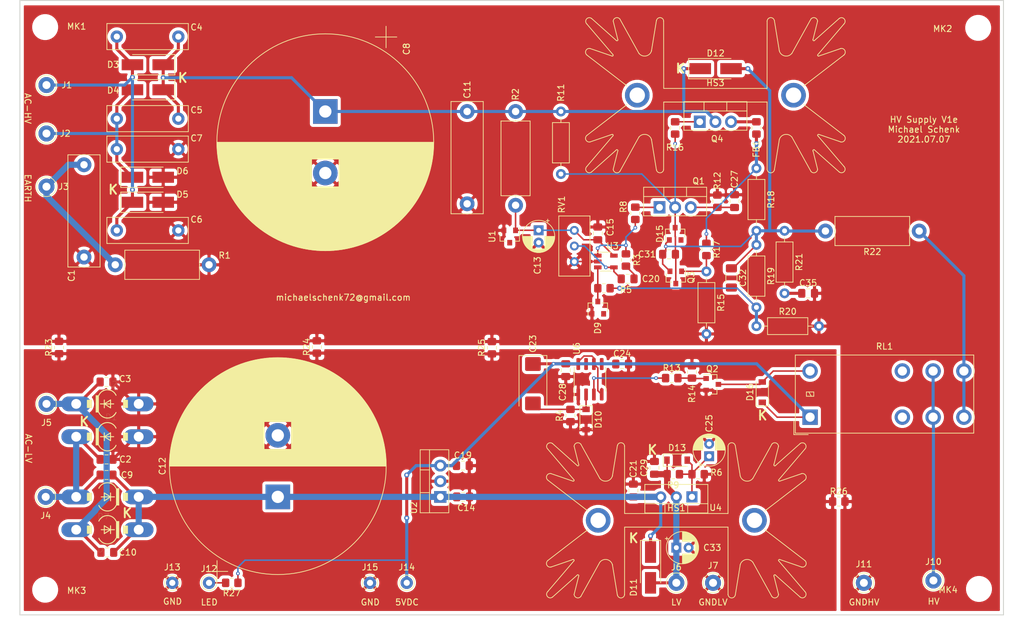
<source format=kicad_pcb>
(kicad_pcb (version 20171130) (host pcbnew "(5.1.10-0-10_14)")
  (layers (0 F.Cu signal) (31 B.Cu signal) (34 B.Paste user) (35 F.Paste user) (36 B.SilkS user) (37 F.SilkS user) (38 B.Mask user) (39 F.Mask user) (44 Edge.Cuts user))
  (net 0 "")
  (net 1 "Net-(C1-Pad1)")
  (net 2 "Net-(Q1-Pad1)")
  (net 3 "Net-(C5-Pad2)")
  (net 4 "Net-(C10-Pad1)")
  (net 5 GND_LV)
  (net 6 +5VDC)
  (net 7 "Net-(Q3-Pad1)")
  (net 8 GND_HV)
  (net 9 "Net-(Q2-Pad1)")
  (net 10 HV)
  (net 11 "Net-(C24-Pad1)")
  (net 12 "Net-(C27-Pad1)")
  (net 13 "Net-(FB1-Pad2)")
  (net 14 "Net-(FB1-Pad1)")
  (net 15 "Net-(Q4-Pad1)")
  (net 16 "Net-(C2-Pad1)")
  (net 17 "Net-(C10-Pad2)")
  (net 18 "Net-(C4-Pad2)")
  (net 19 "Net-(C11-Pad2)")
  (net 20 "Net-(C13-Pad1)")
  (net 21 "Net-(C20-Pad2)")
  (net 22 "Net-(C20-Pad1)")
  (net 23 "Net-(C23-Pad2)")
  (net 24 "Net-(C25-Pad1)")
  (net 25 "Net-(C29-Pad1)")
  (net 26 "Net-(C31-Pad2)")
  (net 27 "Net-(J10-Pad1)")
  (net 28 "Net-(J12-Pad1)")
  (net 29 "Net-(R3-Pad2)")
  (net 30 "Net-(R13-Pad1)")
  (net 31 "Net-(C31-Pad1)")
  (net 32 "Net-(C32-Pad2)")
  (net 33 "Net-(C35-Pad1)")
  (net 34 "Net-(D16-Pad2)")
  (net 35 "Net-(D9-Pad3)")
  (module Package_TO_SOT_SMD:SOT-23 (layer F.Cu) (at 161.6735 90.0905 270)
    (fp_text reference Q3 (at 0 -2.5 90) (layer F.SilkS))
    (fp_text value MMBT3904-TP)
    (pad 3 smd rect (at 1 0 270) (size 0.9 0.8) (layers F.Cu F.Paste F.Mask) (net 31 "Net-(C31-Pad1)"))
    (pad 2 smd rect (at -1 0.95 270) (size 0.9 0.8) (layers F.Cu F.Paste F.Mask) (net 26 "Net-(C31-Pad2)"))
    (pad 1 smd rect (at -1 -0.95 270) (size 0.9 0.8) (layers F.Cu F.Paste F.Mask) (net 7 "Net-(Q3-Pad1)"))
  )
  (module Package_TO_SOT_SMD:SOT-23 (layer F.Cu) (at 167.602 107.465)
    (fp_text reference Q2 (at 0 -2.5) (layer F.SilkS))
    (fp_text value MMBT3904-TP)
    (pad 3 smd rect (at 1 0) (size 0.9 0.8) (layers F.Cu F.Paste F.Mask) (net 34 "Net-(D16-Pad2)"))
    (pad 2 smd rect (at -1 0.95) (size 0.9 0.8) (layers F.Cu F.Paste F.Mask) (net 5 GND_LV))
    (pad 1 smd rect (at -1 -0.95) (size 0.9 0.8) (layers F.Cu F.Paste F.Mask) (net 9 "Net-(Q2-Pad1)"))
  )
  (module Package_TO_SOT_SMD:TSOT-23-5 (layer F.Cu) (at 150.3064 87.5005)
    (fp_text reference U3 (at 1.0776 -2.5375) (layer F.SilkS))
    (fp_text value OPA188xxDBV)
    (pad 5 smd rect (at 1.31 -0.95) (size 1.22 0.65) (layers F.Cu F.Paste F.Mask) (net 20 "Net-(C13-Pad1)"))
    (pad 4 smd rect (at 1.31 0.95) (size 1.22 0.65) (layers F.Cu F.Paste F.Mask) (net 22 "Net-(C20-Pad1)"))
    (pad 3 smd rect (at -1.31 0.95) (size 1.22 0.65) (layers F.Cu F.Paste F.Mask) (net 35 "Net-(D9-Pad3)"))
    (pad 2 smd rect (at -1.31 0) (size 1.22 0.65) (layers F.Cu F.Paste F.Mask) (net 8 GND_HV))
    (pad 1 smd rect (at -1.31 -0.95) (size 1.22 0.65) (layers F.Cu F.Paste F.Mask) (net 29 "Net-(R3-Pad2)"))
  )
  (module Capacitor_THT:CP_Radial_D35.0mm_P10.00mm_SnapIn (layer F.Cu) (at 96.99 125.753 90)
    (fp_text reference C12 (at 5 -18.75 90) (layer F.SilkS))
    (fp_text value 22000uF/25V)
    (pad 2 thru_hole circle (at 10 0 90) (size 4 4) (drill 2) (layers *.Cu *.Mask) (net 5 GND_LV))
    (pad 1 thru_hole rect (at 0 0 90) (size 4 4) (drill 2) (layers *.Cu *.Mask) (net 4 "Net-(C10-Pad1)"))
  )
  (module Package_TO_SOT_THT:TO-220-3_Vertical (layer F.Cu) (at 123.406 125.753 90)
    (fp_text reference U2 (at -1.778 -4.318 90) (layer F.SilkS))
    (fp_text value LM7805_TO220)
    (pad 1 thru_hole rect (at 0 0 90) (size 1.905 2) (drill 1.1) (layers *.Cu *.Mask) (net 4 "Net-(C10-Pad1)"))
    (pad 2 thru_hole oval (at 2.54 0 90) (size 1.905 2) (drill 1.1) (layers *.Cu *.Mask) (net 5 GND_LV))
    (pad 3 thru_hole oval (at 5.08 0 90) (size 1.905 2) (drill 1.1) (layers *.Cu *.Mask) (net 6 +5VDC))
  )
  (module Heatsink:Heatsink_Fischer_SK129-STS_42x25mm_2xDrill2.5mm (layer F.Cu) (at 168.11 60.475)
    (fp_text reference HS3 (at 0 -2) (layer F.SilkS))
    (fp_text value Heatsink)
    (pad 1 thru_hole circle (at -12.7 0 180) (size 4 4) (drill 2.5) (layers *.Cu *.Mask))
    (pad 1 thru_hole circle (at 12.7 0) (size 4 4) (drill 2.5) (layers *.Cu *.Mask))
  )
  (module Heatsink:Heatsink_Fischer_SK129-STS_42x25mm_2xDrill2.5mm (layer F.Cu) (at 161.76 129.563)
    (fp_text reference HS1 (at 0 -2) (layer F.SilkS))
    (fp_text value Heatsink)
    (pad 1 thru_hole circle (at -12.7 0 180) (size 4 4) (drill 2.5) (layers *.Cu *.Mask))
    (pad 1 thru_hole circle (at 12.7 0) (size 4 4) (drill 2.5) (layers *.Cu *.Mask))
  )
  (module Diode_SMD:D_SMA_Handsoldering (layer F.Cu) (at 168.15 56.157)
    (fp_text reference D12 (at 0 -2.5) (layer F.SilkS))
    (fp_text value 1N4007)
    (pad 2 smd rect (at 2.5 0) (size 3.5 1.8) (layers F.Cu F.Paste F.Mask) (net 26 "Net-(C31-Pad2)"))
    (pad 1 smd rect (at -2.5 0) (size 3.5 1.8) (layers F.Cu F.Paste F.Mask) (net 19 "Net-(C11-Pad2)"))
  )
  (module Diode_SMD:D_SMA_Handsoldering (layer F.Cu) (at 157.569 137.223 270)
    (fp_text reference D11 (at 3.239 2.756 90) (layer F.SilkS))
    (fp_text value 1N4007)
    (pad 2 smd rect (at 2.5 0 270) (size 3.5 1.8) (layers F.Cu F.Paste F.Mask) (net 25 "Net-(C29-Pad1)"))
    (pad 1 smd rect (at -2.5 0 270) (size 3.5 1.8) (layers F.Cu F.Paste F.Mask) (net 4 "Net-(C10-Pad1)"))
  )
  (module Resistor_THT:R_Axial_DIN0414_L11.9mm_D4.5mm_P15.24mm_Horizontal (layer F.Cu) (at 201.2315 82.55 180)
    (fp_text reference R22 (at 7.62 -3.37) (layer F.SilkS))
    (fp_text value 330R2W)
    (pad 2 thru_hole oval (at 15.24 0 180) (size 2.4 2.4) (drill 1.2) (layers *.Cu *.Mask) (net 26 "Net-(C31-Pad2)"))
    (pad 1 thru_hole circle (at 0 0 180) (size 2.4 2.4) (drill 1.2) (layers *.Cu *.Mask) (net 10 HV))
  )
  (module kicad-snk:SOD64-10 (layer F.Cu) (at 69.304 110.64)
    (fp_text reference D2 (at 0.63569 -3.17845) (layer F.SilkS) (effects (font (size 1.001087 1.001087) (thickness 0.015))))
    (fp_text value BYV98-200)
    (pad 1 thru_hole oval (at -5.08 0) (size 4.8006 2.4003) (drill 1.6002) (layers *.Cu *.Mask) (net 17 "Net-(C10-Pad2)"))
    (pad 2 thru_hole oval (at 5.08 0) (size 4.8006 2.4003) (drill 1.6002) (layers *.Cu *.Mask) (net 5 GND_LV))
  )
  (module kicad-snk:SOD64-10 (layer F.Cu) (at 69.304 131.087 180)
    (fp_text reference D8 (at 0.63569 -3.17845) (layer F.SilkS) (effects (font (size 1.001087 1.001087) (thickness 0.015))))
    (fp_text value BYV98-200)
    (pad 1 thru_hole oval (at -5.08 0 180) (size 4.8006 2.4003) (drill 1.6002) (layers *.Cu *.Mask) (net 4 "Net-(C10-Pad1)"))
    (pad 2 thru_hole oval (at 5.08 0 180) (size 4.8006 2.4003) (drill 1.6002) (layers *.Cu *.Mask) (net 17 "Net-(C10-Pad2)"))
  )
  (module kicad-snk:SOD64-10 (layer F.Cu) (at 69.304 125.753 180)
    (fp_text reference D7 (at 0.63569 -3.17845) (layer F.SilkS) (effects (font (size 1.001087 1.001087) (thickness 0.015))))
    (fp_text value BYV98-200)
    (pad 1 thru_hole oval (at -5.08 0 180) (size 4.8006 2.4003) (drill 1.6002) (layers *.Cu *.Mask) (net 4 "Net-(C10-Pad1)"))
    (pad 2 thru_hole oval (at 5.08 0 180) (size 4.8006 2.4003) (drill 1.6002) (layers *.Cu *.Mask) (net 16 "Net-(C2-Pad1)"))
  )
  (module kicad-snk:SOD64-10 (layer F.Cu) (at 69.304 115.974)
    (fp_text reference D1 (at 0.63569 -3.17845) (layer F.SilkS) (effects (font (size 1.001087 1.001087) (thickness 0.015))))
    (fp_text value BYV98-200)
    (pad 1 thru_hole oval (at -5.08 0) (size 4.8006 2.4003) (drill 1.6002) (layers *.Cu *.Mask) (net 16 "Net-(C2-Pad1)"))
    (pad 2 thru_hole oval (at 5.08 0) (size 4.8006 2.4003) (drill 1.6002) (layers *.Cu *.Mask) (net 5 GND_LV))
  )
  (module Diode_SMD:D_SOD-123 (layer F.Cu) (at 161.886 119.784)
    (fp_text reference D13 (at 0 -2) (layer F.SilkS))
    (fp_text value 1N4148W)
    (pad 2 smd rect (at 1.65 0) (size 0.9 1.2) (layers F.Cu F.Paste F.Mask) (net 24 "Net-(C25-Pad1)"))
    (pad 1 smd rect (at -1.65 0) (size 0.9 1.2) (layers F.Cu F.Paste F.Mask) (net 25 "Net-(C29-Pad1)"))
  )
  (module Capacitor_THT:CP_Radial_D5.0mm_P2.00mm (layer F.Cu) (at 167.094 119.149 90)
    (fp_text reference C25 (at 5.334 0 90) (layer F.SilkS))
    (fp_text value 10uF/25V)
    (pad 2 thru_hole circle (at 2 0 90) (size 1.6 1.6) (drill 0.8) (layers *.Cu *.Mask) (net 5 GND_LV))
    (pad 1 thru_hole rect (at 0 0 90) (size 1.6 1.6) (drill 0.8) (layers *.Cu *.Mask) (net 24 "Net-(C25-Pad1)"))
  )
  (module Resistor_SMD:R_0805_2012Metric_Pad1.20x1.40mm_HandSolder (layer F.Cu) (at 61.43 101.48 90)
    (fp_text reference R23 (at 0 -1.65 90) (layer F.SilkS))
    (fp_text value 1R/0.5W)
    (pad 2 smd roundrect (at 1 0 90) (size 1.2 1.4) (layers F.Cu F.Paste F.Mask) (roundrect_rratio 0.2083325) (net 8 GND_HV))
    (pad 1 smd roundrect (at -1 0 90) (size 1.2 1.4) (layers F.Cu F.Paste F.Mask) (roundrect_rratio 0.2083325) (net 5 GND_LV))
  )
  (module Resistor_THT:R_Axial_DIN0414_L11.9mm_D4.5mm_P15.24mm_Horizontal (layer F.Cu) (at 70.574 88.034)
    (fp_text reference R1 (at 17.78 -1.524) (layer F.SilkS))
    (fp_text value 100R/2W)
    (pad 2 thru_hole oval (at 15.24 0) (size 2.4 2.4) (drill 1.2) (layers *.Cu *.Mask) (net 8 GND_HV))
    (pad 1 thru_hole circle (at 0 0) (size 2.4 2.4) (drill 1.2) (layers *.Cu *.Mask) (net 1 "Net-(C1-Pad1)"))
  )
  (module Diode_SMD:D_SMA_Handsoldering (layer F.Cu) (at 75.868 59.586 180)
    (fp_text reference D4 (at 5.637 -0.104) (layer F.SilkS))
    (fp_text value BYG20J)
    (pad 2 smd rect (at 2.5 0 180) (size 3.5 1.8) (layers F.Cu F.Paste F.Mask) (net 3 "Net-(C5-Pad2)"))
    (pad 1 smd rect (at -2.5 0 180) (size 3.5 1.8) (layers F.Cu F.Paste F.Mask) (net 19 "Net-(C11-Pad2)"))
  )
  (module Diode_SMD:D_SMA_Handsoldering (layer F.Cu) (at 75.868 73.81)
    (fp_text reference D6 (at 5.628 -1.016) (layer F.SilkS))
    (fp_text value BYG20J)
    (pad 2 smd rect (at 2.5 0) (size 3.5 1.8) (layers F.Cu F.Paste F.Mask) (net 8 GND_HV))
    (pad 1 smd rect (at -2.5 0) (size 3.5 1.8) (layers F.Cu F.Paste F.Mask) (net 3 "Net-(C5-Pad2)"))
  )
  (module Diode_SMD:D_SMA_Handsoldering (layer F.Cu) (at 75.868 77.874)
    (fp_text reference D5 (at 5.628 -1.27) (layer F.SilkS))
    (fp_text value BYG20J)
    (pad 2 smd rect (at 2.5 0) (size 3.5 1.8) (layers F.Cu F.Paste F.Mask) (net 8 GND_HV))
    (pad 1 smd rect (at -2.5 0) (size 3.5 1.8) (layers F.Cu F.Paste F.Mask) (net 18 "Net-(C4-Pad2)"))
  )
  (module Diode_SMD:D_SMA_Handsoldering (layer F.Cu) (at 75.868 55.522 180)
    (fp_text reference D3 (at 5.637 0.023) (layer F.SilkS))
    (fp_text value BYG20J)
    (pad 2 smd rect (at 2.5 0 180) (size 3.5 1.8) (layers F.Cu F.Paste F.Mask) (net 18 "Net-(C4-Pad2)"))
    (pad 1 smd rect (at -2.5 0 180) (size 3.5 1.8) (layers F.Cu F.Paste F.Mask) (net 19 "Net-(C11-Pad2)"))
  )
  (module Capacitor_THT:C_Rect_L13.0mm_W4.0mm_P10.00mm_FKS3_FKP3_MKS4 (layer F.Cu) (at 80.828 69.238 180)
    (fp_text reference C7 (at -2.954 1.778) (layer F.SilkS))
    (fp_text value 10nF/630V)
    (pad 2 thru_hole circle (at 10 0 180) (size 2 2) (drill 1) (layers *.Cu *.Mask) (net 3 "Net-(C5-Pad2)"))
    (pad 1 thru_hole circle (at 0 0 180) (size 2 2) (drill 1) (layers *.Cu *.Mask) (net 8 GND_HV))
  )
  (module Capacitor_THT:C_Rect_L13.0mm_W4.0mm_P10.00mm_FKS3_FKP3_MKS4 (layer F.Cu) (at 80.828 82.446 180)
    (fp_text reference C6 (at -2.954 1.778) (layer F.SilkS))
    (fp_text value 10nF/630V)
    (pad 2 thru_hole circle (at 10 0 180) (size 2 2) (drill 1) (layers *.Cu *.Mask) (net 18 "Net-(C4-Pad2)"))
    (pad 1 thru_hole circle (at 0 0 180) (size 2 2) (drill 1) (layers *.Cu *.Mask) (net 8 GND_HV))
  )
  (module Capacitor_THT:C_Rect_L13.0mm_W4.0mm_P10.00mm_FKS3_FKP3_MKS4 (layer F.Cu) (at 80.828 64.285 180)
    (fp_text reference C5 (at -2.954 1.397) (layer F.SilkS))
    (fp_text value 10nF/630V)
    (pad 2 thru_hole circle (at 10 0 180) (size 2 2) (drill 1) (layers *.Cu *.Mask) (net 3 "Net-(C5-Pad2)"))
    (pad 1 thru_hole circle (at 0 0 180) (size 2 2) (drill 1) (layers *.Cu *.Mask) (net 19 "Net-(C11-Pad2)"))
  )
  (module Capacitor_THT:C_Rect_L13.0mm_W4.0mm_P10.00mm_FKS3_FKP3_MKS4 (layer F.Cu) (at 80.828 50.95 180)
    (fp_text reference C4 (at -2.954 1.524) (layer F.SilkS))
    (fp_text value 10nF/630V)
    (pad 2 thru_hole circle (at 10 0 180) (size 2 2) (drill 1) (layers *.Cu *.Mask) (net 18 "Net-(C4-Pad2)"))
    (pad 1 thru_hole circle (at 0 0 180) (size 2 2) (drill 1) (layers *.Cu *.Mask) (net 19 "Net-(C11-Pad2)"))
  )
  (module Package_SO:SOIC-8_3.9x4.9mm_P1.27mm (layer F.Cu) (at 147.7265 106.638 90)
    (fp_text reference U6 (at 5.015 -2.159 90) (layer F.SilkS))
    (fp_text value TLC555CDR)
    (pad 8 smd roundrect (at 2.475 -1.905 90) (size 1.95 0.6) (layers F.Cu F.Paste F.Mask) (net 6 +5VDC))
    (pad 7 smd roundrect (at 2.475 -0.635 90) (size 1.95 0.6) (layers F.Cu F.Paste F.Mask))
    (pad 6 smd roundrect (at 2.475 0.635 90) (size 1.95 0.6) (layers F.Cu F.Paste F.Mask) (net 6 +5VDC))
    (pad 5 smd roundrect (at 2.475 1.905 90) (size 1.95 0.6) (layers F.Cu F.Paste F.Mask) (net 11 "Net-(C24-Pad1)"))
    (pad 4 smd roundrect (at -2.475 1.905 90) (size 1.95 0.6) (layers F.Cu F.Paste F.Mask) (net 6 +5VDC))
    (pad 3 smd roundrect (at -2.475 0.635 90) (size 1.95 0.6) (layers F.Cu F.Paste F.Mask) (net 30 "Net-(R13-Pad1)"))
    (pad 2 smd roundrect (at -2.475 -0.635 90) (size 1.95 0.6) (layers F.Cu F.Paste F.Mask) (net 23 "Net-(C23-Pad2)"))
    (pad 1 smd roundrect (at -2.475 -1.905 90) (size 1.95 0.6) (layers F.Cu F.Paste F.Mask) (net 5 GND_LV))
  )
  (module Resistor_SMD:R_0805_2012Metric_Pad1.20x1.40mm_HandSolder (layer F.Cu) (at 161.5695 65.793 90)
    (fp_text reference R16 (at -3.168 -0.0255) (layer F.SilkS))
    (fp_text value "100R 1/8W")
    (pad 2 smd roundrect (at 1 0 90) (size 1.2 1.4) (layers F.Cu F.Paste F.Mask) (roundrect_rratio 0.2083325) (net 15 "Net-(Q4-Pad1)"))
    (pad 1 smd roundrect (at -1 0 90) (size 1.2 1.4) (layers F.Cu F.Paste F.Mask) (roundrect_rratio 0.2083325) (net 31 "Net-(C31-Pad1)"))
  )
  (module Resistor_THT:R_Axial_DIN0207_L6.3mm_D2.5mm_P10.16mm_Horizontal (layer F.Cu) (at 166.6495 89.1135 270)
    (fp_text reference R15 (at 5.08 -2.37 90) (layer F.SilkS))
    (fp_text value 200k/0.6W)
    (pad 2 thru_hole oval (at 10.16 0 270) (size 1.6 1.6) (drill 0.8) (layers *.Cu *.Mask) (net 8 GND_HV))
    (pad 1 thru_hole circle (at 0 0 270) (size 1.6 1.6) (drill 0.8) (layers *.Cu *.Mask) (net 7 "Net-(Q3-Pad1)"))
  )
  (module Resistor_THT:R_Axial_DIN0207_L6.3mm_D2.5mm_P10.16mm_Horizontal (layer F.Cu) (at 143.002 63.119 270)
    (fp_text reference R11 (at -3.048 0 90) (layer F.SilkS))
    (fp_text value 470k/0.6W)
    (pad 2 thru_hole oval (at 10.16 0 270) (size 1.6 1.6) (drill 0.8) (layers *.Cu *.Mask) (net 31 "Net-(C31-Pad1)"))
    (pad 1 thru_hole circle (at 0 0 270) (size 1.6 1.6) (drill 0.8) (layers *.Cu *.Mask) (net 19 "Net-(C11-Pad2)"))
  )
  (module Resistor_THT:R_Axial_DIN0207_L6.3mm_D2.5mm_P10.16mm_Horizontal (layer F.Cu) (at 174.7775 72.3495 270)
    (fp_text reference R18 (at 5.08 -2.37 90) (layer F.SilkS))
    (fp_text value 12R/0.6W)
    (pad 2 thru_hole oval (at 10.16 0 270) (size 1.6 1.6) (drill 0.8) (layers *.Cu *.Mask) (net 26 "Net-(C31-Pad2)"))
    (pad 1 thru_hole circle (at 0 0 270) (size 1.6 1.6) (drill 0.8) (layers *.Cu *.Mask) (net 13 "Net-(FB1-Pad2)"))
  )
  (module Resistor_SMD:R_0805_2012Metric_Pad1.20x1.40mm_HandSolder (layer F.Cu) (at 174.7775 65.793 270)
    (fp_text reference FB1 (at 3.422 0.0255 90) (layer F.SilkS))
    (fp_text value 600R@100MHz)
    (pad 2 smd roundrect (at 1 0 270) (size 1.2 1.4) (layers F.Cu F.Paste F.Mask) (roundrect_rratio 0.2083325) (net 13 "Net-(FB1-Pad2)"))
    (pad 1 smd roundrect (at -1 0 270) (size 1.2 1.4) (layers F.Cu F.Paste F.Mask) (roundrect_rratio 0.2083325) (net 14 "Net-(FB1-Pad1)"))
  )
  (module Capacitor_SMD:C_1206_3216Metric_Pad1.33x1.80mm_HandSolder (layer F.Cu) (at 170.7135 90.168 270)
    (fp_text reference C32 (at 0 -1.85 90) (layer F.SilkS))
    (fp_text value 10pF/500V)
    (pad 2 smd roundrect (at 1.5625 0 270) (size 1.325 1.8) (layers F.Cu F.Paste F.Mask) (roundrect_rratio 0.1886769811320755) (net 32 "Net-(C32-Pad2)"))
    (pad 1 smd roundrect (at -1.5625 0 270) (size 1.325 1.8) (layers F.Cu F.Paste F.Mask) (roundrect_rratio 0.1886769811320755) (net 26 "Net-(C31-Pad2)"))
  )
  (module Capacitor_SMD:C_0805_2012Metric_Pad1.18x1.45mm_HandSolder (layer F.Cu) (at 183.181 92.6695)
    (fp_text reference C35 (at 0 -1.68) (layer F.SilkS))
    (fp_text value 470pF/500V)
    (pad 2 smd roundrect (at 1.0375 0) (size 1.175 1.45) (layers F.Cu F.Paste F.Mask) (roundrect_rratio 0.2127659574468085) (net 8 GND_HV))
    (pad 1 smd roundrect (at -1.0375 0) (size 1.175 1.45) (layers F.Cu F.Paste F.Mask) (roundrect_rratio 0.2127659574468085) (net 33 "Net-(C35-Pad1)"))
  )
  (module Package_TO_SOT_THT:TO-220-3_Vertical (layer F.Cu) (at 165.57 64.793)
    (fp_text reference Q4 (at 2.832 2.771) (layer F.SilkS))
    (fp_text value IRF840)
    (pad 3 thru_hole oval (at 5.08 0) (size 1.905 2) (drill 1.1) (layers *.Cu *.Mask) (net 14 "Net-(FB1-Pad1)"))
    (pad 2 thru_hole oval (at 2.54 0) (size 1.905 2) (drill 1.1) (layers *.Cu *.Mask) (net 19 "Net-(C11-Pad2)"))
    (pad 1 thru_hole rect (at 0 0) (size 1.905 2) (drill 1.1) (layers *.Cu *.Mask) (net 15 "Net-(Q4-Pad1)"))
  )
  (module Package_TO_SOT_THT:TO-220-3_Vertical (layer F.Cu) (at 159.0295 78.6995)
    (fp_text reference Q1 (at 6.35 -4.27) (layer F.SilkS))
    (fp_text value IRF840)
    (pad 3 thru_hole oval (at 5.08 0) (size 1.905 2) (drill 1.1) (layers *.Cu *.Mask) (net 12 "Net-(C27-Pad1)"))
    (pad 2 thru_hole oval (at 2.54 0) (size 1.905 2) (drill 1.1) (layers *.Cu *.Mask) (net 31 "Net-(C31-Pad1)"))
    (pad 1 thru_hole rect (at 0 0) (size 1.905 2) (drill 1.1) (layers *.Cu *.Mask) (net 2 "Net-(Q1-Pad1)"))
  )
  (module Resistor_SMD:R_0805_2012Metric_Pad1.20x1.40mm_HandSolder (layer F.Cu) (at 188.16 126.515)
    (fp_text reference R26 (at 0 -1.65) (layer F.SilkS))
    (fp_text value 1R/0.5W)
    (pad 2 smd roundrect (at 1 0) (size 1.2 1.4) (layers F.Cu F.Paste F.Mask) (roundrect_rratio 0.2083325) (net 8 GND_HV))
    (pad 1 smd roundrect (at -1 0) (size 1.2 1.4) (layers F.Cu F.Paste F.Mask) (roundrect_rratio 0.2083325) (net 5 GND_LV))
  )
  (module Resistor_SMD:R_0805_2012Metric_Pad1.20x1.40mm_HandSolder (layer F.Cu) (at 131.788 101.512 90)
    (fp_text reference R25 (at 0 -1.65 90) (layer F.SilkS))
    (fp_text value 1R/0.5W)
    (pad 2 smd roundrect (at 1 0 90) (size 1.2 1.4) (layers F.Cu F.Paste F.Mask) (roundrect_rratio 0.2083325) (net 8 GND_HV))
    (pad 1 smd roundrect (at -1 0 90) (size 1.2 1.4) (layers F.Cu F.Paste F.Mask) (roundrect_rratio 0.2083325) (net 5 GND_LV))
  )
  (module Resistor_SMD:R_0805_2012Metric_Pad1.20x1.40mm_HandSolder (layer F.Cu) (at 103.34 101.385 90)
    (fp_text reference R24 (at 0 -1.65 90) (layer F.SilkS))
    (fp_text value 1R/0.5W)
    (pad 2 smd roundrect (at 1 0 90) (size 1.2 1.4) (layers F.Cu F.Paste F.Mask) (roundrect_rratio 0.2083325) (net 8 GND_HV))
    (pad 1 smd roundrect (at -1 0 90) (size 1.2 1.4) (layers F.Cu F.Paste F.Mask) (roundrect_rratio 0.2083325) (net 5 GND_LV))
  )
  (module Resistor_SMD:R_0805_2012Metric_Pad1.20x1.40mm_HandSolder (layer F.Cu) (at 166.6495 85.5415 270)
    (fp_text reference R17 (at 0 -1.65 90) (layer F.SilkS))
    (fp_text value 4.99k,1/8W)
    (pad 2 smd roundrect (at 1 0 270) (size 1.2 1.4) (layers F.Cu F.Paste F.Mask) (roundrect_rratio 0.2083325) (net 7 "Net-(Q3-Pad1)"))
    (pad 1 smd roundrect (at -1 0 270) (size 1.2 1.4) (layers F.Cu F.Paste F.Mask) (roundrect_rratio 0.2083325) (net 13 "Net-(FB1-Pad2)"))
  )
  (module Resistor_SMD:R_0805_2012Metric_Pad1.20x1.40mm_HandSolder (layer F.Cu) (at 161.268 122.07)
    (fp_text reference R9 (at -0.016 1.778) (layer F.SilkS))
    (fp_text value "240R 1/8W")
    (pad 2 smd roundrect (at 1 0) (size 1.2 1.4) (layers F.Cu F.Paste F.Mask) (roundrect_rratio 0.2083325) (net 24 "Net-(C25-Pad1)"))
    (pad 1 smd roundrect (at -1 0) (size 1.2 1.4) (layers F.Cu F.Paste F.Mask) (roundrect_rratio 0.2083325) (net 25 "Net-(C29-Pad1)"))
  )
  (module Resistor_SMD:R_0805_2012Metric_Pad1.20x1.40mm_HandSolder (layer F.Cu) (at 165.3 122.07)
    (fp_text reference R6 (at 2.975 -0.277) (layer F.SilkS))
    (fp_text value "976R 1/8W")
    (pad 2 smd roundrect (at 1 0) (size 1.2 1.4) (layers F.Cu F.Paste F.Mask) (roundrect_rratio 0.2083325) (net 5 GND_LV))
    (pad 1 smd roundrect (at -1 0) (size 1.2 1.4) (layers F.Cu F.Paste F.Mask) (roundrect_rratio 0.2083325) (net 24 "Net-(C25-Pad1)"))
  )
  (module Resistor_SMD:R_0805_2012Metric_Pad1.20x1.40mm_HandSolder (layer F.Cu) (at 89.513 139.723 180)
    (fp_text reference R27 (at 0 -1.65) (layer F.SilkS))
    (fp_text value "470R 1/8W")
    (pad 2 smd roundrect (at 1 0 180) (size 1.2 1.4) (layers F.Cu F.Paste F.Mask) (roundrect_rratio 0.2083325) (net 28 "Net-(J12-Pad1)"))
    (pad 1 smd roundrect (at -1 0 180) (size 1.2 1.4) (layers F.Cu F.Paste F.Mask) (roundrect_rratio 0.2083325) (net 6 +5VDC))
  )
  (module Resistor_SMD:R_0805_2012Metric_Pad1.20x1.40mm_HandSolder (layer F.Cu) (at 164.3 105.449 270)
    (fp_text reference R14 (at 3.572 0 90) (layer F.SilkS))
    (fp_text value "2.49k 1/8W")
    (pad 2 smd roundrect (at 1 0 270) (size 1.2 1.4) (layers F.Cu F.Paste F.Mask) (roundrect_rratio 0.2083325) (net 9 "Net-(Q2-Pad1)"))
    (pad 1 smd roundrect (at -1 0 270) (size 1.2 1.4) (layers F.Cu F.Paste F.Mask) (roundrect_rratio 0.2083325) (net 5 GND_LV))
  )
  (module Resistor_SMD:R_0805_2012Metric_Pad1.20x1.40mm_HandSolder (layer F.Cu) (at 161.014 106.449)
    (fp_text reference R13 (at 0 -1.65) (layer F.SilkS))
    (fp_text value "2.49k 1/8W")
    (pad 2 smd roundrect (at 1 0) (size 1.2 1.4) (layers F.Cu F.Paste F.Mask) (roundrect_rratio 0.2083325) (net 9 "Net-(Q2-Pad1)"))
    (pad 1 smd roundrect (at -1 0) (size 1.2 1.4) (layers F.Cu F.Paste F.Mask) (roundrect_rratio 0.2083325) (net 30 "Net-(R13-Pad1)"))
  )
  (module Resistor_SMD:R_0805_2012Metric_Pad1.20x1.40mm_HandSolder (layer F.Cu) (at 144.5515 112.529 270)
    (fp_text reference R4 (at 0.016 1.778 90) (layer F.SilkS))
    (fp_text value "1Meg 1/8W")
    (pad 2 smd roundrect (at 1 0 270) (size 1.2 1.4) (layers F.Cu F.Paste F.Mask) (roundrect_rratio 0.2083325) (net 5 GND_LV))
    (pad 1 smd roundrect (at -1 0 270) (size 1.2 1.4) (layers F.Cu F.Paste F.Mask) (roundrect_rratio 0.2083325) (net 23 "Net-(C23-Pad2)"))
  )
  (module Capacitor_SMD:C_0805_2012Metric_Pad1.18x1.45mm_HandSolder (layer F.Cu) (at 158.204 121.0325 90)
    (fp_text reference C29 (at 0 -1.68 90) (layer F.SilkS))
    (fp_text value 100nF/50V)
    (pad 2 smd roundrect (at 1.0375 0 90) (size 1.175 1.45) (layers F.Cu F.Paste F.Mask) (roundrect_rratio 0.2127659574468085) (net 5 GND_LV))
    (pad 1 smd roundrect (at -1.0375 0 90) (size 1.175 1.45) (layers F.Cu F.Paste F.Mask) (roundrect_rratio 0.2127659574468085) (net 25 "Net-(C29-Pad1)"))
  )
  (module Capacitor_SMD:C_0805_2012Metric_Pad1.18x1.45mm_HandSolder (layer F.Cu) (at 154.775 124.7155 90)
    (fp_text reference C21 (at 3.5345 0 90) (layer F.SilkS))
    (fp_text value 100nF/50V)
    (pad 2 smd roundrect (at 1.0375 0 90) (size 1.175 1.45) (layers F.Cu F.Paste F.Mask) (roundrect_rratio 0.2127659574468085) (net 5 GND_LV))
    (pad 1 smd roundrect (at -1.0375 0 90) (size 1.175 1.45) (layers F.Cu F.Paste F.Mask) (roundrect_rratio 0.2127659574468085) (net 4 "Net-(C10-Pad1)"))
  )
  (module Capacitor_SMD:C_0805_2012Metric_Pad1.18x1.45mm_HandSolder (layer F.Cu) (at 143.7895 105.1575 270)
    (fp_text reference C28 (at 3.5775 0.508 90) (layer F.SilkS))
    (fp_text value 100nF/50V)
    (pad 2 smd roundrect (at 1.0375 0 270) (size 1.175 1.45) (layers F.Cu F.Paste F.Mask) (roundrect_rratio 0.2127659574468085) (net 5 GND_LV))
    (pad 1 smd roundrect (at -1.0375 0 270) (size 1.175 1.45) (layers F.Cu F.Paste F.Mask) (roundrect_rratio 0.2127659574468085) (net 6 +5VDC))
  )
  (module Capacitor_SMD:C_0805_2012Metric_Pad1.18x1.45mm_HandSolder (layer F.Cu) (at 152.955 104.163)
    (fp_text reference C24 (at 0 -1.68) (layer F.SilkS))
    (fp_text value 100nF/50V)
    (pad 2 smd roundrect (at 1.0375 0) (size 1.175 1.45) (layers F.Cu F.Paste F.Mask) (roundrect_rratio 0.2127659574468085) (net 5 GND_LV))
    (pad 1 smd roundrect (at -1.0375 0) (size 1.175 1.45) (layers F.Cu F.Paste F.Mask) (roundrect_rratio 0.2127659574468085) (net 11 "Net-(C24-Pad1)"))
  )
  (module Capacitor_SMD:C_0805_2012Metric_Pad1.18x1.45mm_HandSolder (layer F.Cu) (at 127.0675 120.673)
    (fp_text reference C19 (at 0 -1.68) (layer F.SilkS))
    (fp_text value 100nF/50V)
    (pad 1 smd roundrect (at -1.0375 0) (size 1.175 1.45) (layers F.Cu F.Paste F.Mask) (roundrect_rratio 0.2127659574468085) (net 6 +5VDC))
    (pad 2 smd roundrect (at 1.0375 0) (size 1.175 1.45) (layers F.Cu F.Paste F.Mask) (roundrect_rratio 0.2127659574468085) (net 5 GND_LV))
  )
  (module Capacitor_SMD:C_0805_2012Metric_Pad1.18x1.45mm_HandSolder (layer F.Cu) (at 127.1105 125.753)
    (fp_text reference C14 (at 0.508 1.778) (layer F.SilkS))
    (fp_text value 330nF/50V)
    (pad 1 smd roundrect (at -1.0375 0) (size 1.175 1.45) (layers F.Cu F.Paste F.Mask) (roundrect_rratio 0.2127659574468085) (net 4 "Net-(C10-Pad1)"))
    (pad 2 smd roundrect (at 1.0375 0) (size 1.175 1.45) (layers F.Cu F.Paste F.Mask) (roundrect_rratio 0.2127659574468085) (net 5 GND_LV))
  )
  (module Connector_Pin:Pin_D1.3mm_L11.0mm (layer F.Cu) (at 167.729 139.723)
    (fp_text reference J7 (at 0 -2.794) (layer F.SilkS))
    (fp_text value GND_LV1)
    (pad 1 thru_hole circle (at 0 0) (size 2.6 2.6) (drill 1.3) (layers *.Cu *.Mask) (net 5 GND_LV))
  )
  (module Connector_Pin:Pin_D1.3mm_L11.0mm (layer F.Cu) (at 161.76 139.723)
    (fp_text reference J6 (at 0 -2.54) (layer F.SilkS))
    (fp_text value LV1)
    (pad 1 thru_hole circle (at 0 0) (size 2.6 2.6) (drill 1.3) (layers *.Cu *.Mask) (net 25 "Net-(C29-Pad1)"))
  )
  (module Connector_Pin:Pin_D1.3mm_L11.0mm (layer F.Cu) (at 59.398 110.64)
    (fp_text reference J5 (at 0 3.048) (layer F.SilkS))
    (fp_text value AC-LV)
    (pad 1 thru_hole circle (at 0 0) (size 2.6 2.6) (drill 1.3) (layers *.Cu *.Mask) (net 17 "Net-(C10-Pad2)"))
  )
  (module Connector_Pin:Pin_D1.3mm_L11.0mm (layer F.Cu) (at 59.271 125.753)
    (fp_text reference J4 (at 0 3.048) (layer F.SilkS))
    (fp_text value AC-LV)
    (pad 1 thru_hole circle (at 0 0) (size 2.6 2.6) (drill 1.3) (layers *.Cu *.Mask) (net 16 "Net-(C2-Pad1)"))
  )
  (module Connector_Pin:Pin_D1.3mm_L11.0mm (layer F.Cu) (at 59.398 75.334)
    (fp_text reference J3 (at 2.794 0) (layer F.SilkS))
    (fp_text value EARTH)
    (pad 1 thru_hole circle (at 0 0) (size 2.6 2.6) (drill 1.3) (layers *.Cu *.Mask) (net 1 "Net-(C1-Pad1)"))
  )
  (module Connector_Pin:Pin_D1.3mm_L11.0mm (layer F.Cu) (at 59.398 66.698)
    (fp_text reference J2 (at 3.048 0) (layer F.SilkS))
    (fp_text value AC-HV)
    (pad 1 thru_hole circle (at 0 0) (size 2.6 2.6) (drill 1.3) (layers *.Cu *.Mask) (net 3 "Net-(C5-Pad2)"))
  )
  (module Connector_Pin:Pin_D1.3mm_L11.0mm (layer F.Cu) (at 59.398 58.824)
    (fp_text reference J1 (at 3.302 0) (layer F.SilkS))
    (fp_text value AC-HV)
    (pad 1 thru_hole circle (at 0 0) (size 2.6 2.6) (drill 1.3) (layers *.Cu *.Mask) (net 18 "Net-(C4-Pad2)"))
  )
  (module Capacitor_THT:CP_Radial_D5.0mm_P2.00mm (layer F.Cu) (at 161.76 134.008)
    (fp_text reference C33 (at 5.842 0) (layer F.SilkS))
    (fp_text value 1uF/25V)
    (pad 2 thru_hole circle (at 2 0) (size 1.6 1.6) (drill 0.8) (layers *.Cu *.Mask) (net 5 GND_LV))
    (pad 1 thru_hole rect (at 0 0) (size 1.6 1.6) (drill 0.8) (layers *.Cu *.Mask) (net 25 "Net-(C29-Pad1)"))
  )
  (module Capacitor_Tantalum_SMD:CP_EIA-7343-31_Kemet-D_Pad2.25x2.55mm_HandSolder (layer F.Cu) (at 138.4555 107.363 270)
    (fp_text reference C23 (at -6.502 0 90) (layer F.SilkS))
    (fp_text value 15uF/25V)
    (pad 2 smd roundrect (at 3.2 0 270) (size 2.25 2.55) (layers F.Cu F.Paste F.Mask) (roundrect_rratio 0.1111106666666667) (net 23 "Net-(C23-Pad2)"))
    (pad 1 smd roundrect (at -3.2 0 270) (size 2.25 2.55) (layers F.Cu F.Paste F.Mask) (roundrect_rratio 0.1111106666666667) (net 6 +5VDC))
  )
  (module Package_TO_SOT_SMD:SOT-23 (layer F.Cu) (at 134.6835 83.439 270)
    (fp_text reference U1 (at 0 2.86 90) (layer F.SilkS))
    (fp_text value LM4040DBZ-10)
    (pad 3 smd rect (at 1 0 270) (size 0.9 0.8) (layers F.Cu F.Paste F.Mask))
    (pad 2 smd rect (at -1 0.95 270) (size 0.9 0.8) (layers F.Cu F.Paste F.Mask) (net 8 GND_HV))
    (pad 1 smd rect (at -1 -0.95 270) (size 0.9 0.8) (layers F.Cu F.Paste F.Mask) (net 20 "Net-(C13-Pad1)"))
  )
  (module Potentiometer_THT:Potentiometer_Bourns_3296W_Vertical (layer F.Cu) (at 145.1865 82.446 90)
    (fp_text reference RV1 (at 4.214 -2.0575 90) (layer F.SilkS))
    (fp_text value 100k)
    (pad 3 thru_hole circle (at -5.08 0 90) (size 1.44 1.44) (drill 0.8) (layers *.Cu *.Mask) (net 8 GND_HV))
    (pad 2 thru_hole circle (at -2.54 0 90) (size 1.44 1.44) (drill 0.8) (layers *.Cu *.Mask) (net 22 "Net-(C20-Pad1)"))
    (pad 1 thru_hole circle (at 0 0 90) (size 1.44 1.44) (drill 0.8) (layers *.Cu *.Mask) (net 20 "Net-(C13-Pad1)"))
  )
  (module Relay_THT:Relay_DPDT_Omron_G2RL (layer F.Cu) (at 183.496 112.799)
    (fp_text reference RL1 (at 12.1 -11.5 180) (layer F.SilkS))
    (fp_text value G2RL-2-DC5)
    (pad 8 thru_hole oval (at 0 -7.5 90) (size 2.5 2.5) (drill 1.5) (layers *.Cu *.Mask) (net 34 "Net-(D16-Pad2)"))
    (pad 7 thru_hole oval (at 15 -7.5 90) (size 2.5 2.5) (drill 1.5) (layers *.Cu *.Mask))
    (pad 6 thru_hole oval (at 20 -7.5 90) (size 2.5 2.5) (drill 1.5) (layers *.Cu *.Mask) (net 27 "Net-(J10-Pad1)"))
    (pad 5 thru_hole oval (at 25 -7.5 90) (size 2.5 2.5) (drill 1.5) (layers *.Cu *.Mask) (net 10 HV))
    (pad 4 thru_hole oval (at 25 0 90) (size 2.5 2.5) (drill 1.5) (layers *.Cu *.Mask) (net 10 HV))
    (pad 3 thru_hole oval (at 20 0 90) (size 2.5 2.5) (drill 1.5) (layers *.Cu *.Mask) (net 27 "Net-(J10-Pad1)"))
    (pad 2 thru_hole oval (at 15 0 90) (size 2.5 2.5) (drill 1.5) (layers *.Cu *.Mask))
    (pad 1 thru_hole rect (at 0 0 90) (size 2.5 2.5) (drill 1.5) (layers *.Cu *.Mask) (net 6 +5VDC))
  )
  (module Resistor_THT:R_Axial_DIN0207_L6.3mm_D2.5mm_P10.16mm_Horizontal (layer F.Cu) (at 179.3495 82.5095 270)
    (fp_text reference R21 (at 5.08 -2.37 90) (layer F.SilkS))
    (fp_text value 750/0.6W)
    (pad 2 thru_hole oval (at 10.16 0 270) (size 1.6 1.6) (drill 0.8) (layers *.Cu *.Mask) (net 33 "Net-(C35-Pad1)"))
    (pad 1 thru_hole circle (at 0 0 270) (size 1.6 1.6) (drill 0.8) (layers *.Cu *.Mask) (net 26 "Net-(C31-Pad2)"))
  )
  (module Resistor_SMD:R_0805_2012Metric_Pad1.20x1.40mm_HandSolder (layer F.Cu) (at 168.4275 77.6995 270)
    (fp_text reference R12 (at -3.318 0 90) (layer F.SilkS))
    (fp_text value "2.7k 1/8W")
    (pad 2 smd roundrect (at 1 0 270) (size 1.2 1.4) (layers F.Cu F.Paste F.Mask) (roundrect_rratio 0.2083325) (net 12 "Net-(C27-Pad1)"))
    (pad 1 smd roundrect (at -1 0 270) (size 1.2 1.4) (layers F.Cu F.Paste F.Mask) (roundrect_rratio 0.2083325) (net 8 GND_HV))
  )
  (module Resistor_SMD:R_0805_2012Metric_Pad1.20x1.40mm_HandSolder (layer F.Cu) (at 149.9965 91.844 180)
    (fp_text reference R5 (at -3.572 -0.254) (layer F.SilkS))
    (fp_text value "10K 1/8W")
    (pad 2 smd roundrect (at 1 0 180) (size 1.2 1.4) (layers F.Cu F.Paste F.Mask) (roundrect_rratio 0.2083325) (net 35 "Net-(D9-Pad3)"))
    (pad 1 smd roundrect (at -1 0 180) (size 1.2 1.4) (layers F.Cu F.Paste F.Mask) (roundrect_rratio 0.2083325) (net 32 "Net-(C32-Pad2)"))
  )
  (module Resistor_SMD:R_0805_2012Metric_Pad1.20x1.40mm_HandSolder (layer F.Cu) (at 155.0925 79.668 270)
    (fp_text reference R8 (at -1.055 1.9305 90) (layer F.SilkS))
    (fp_text value "100R 1/8W")
    (pad 2 smd roundrect (at 1 0 270) (size 1.2 1.4) (layers F.Cu F.Paste F.Mask) (roundrect_rratio 0.2083325) (net 29 "Net-(R3-Pad2)"))
    (pad 1 smd roundrect (at -1 0 270) (size 1.2 1.4) (layers F.Cu F.Paste F.Mask) (roundrect_rratio 0.2083325) (net 2 "Net-(Q1-Pad1)"))
  )
  (module Resistor_SMD:R_0805_2012Metric_Pad1.20x1.40mm_HandSolder (layer F.Cu) (at 153.5685 87.256 90)
    (fp_text reference R3 (at 0 1.778 90) (layer F.SilkS))
    (fp_text value "0R 1/8W")
    (pad 2 smd roundrect (at 1 0 90) (size 1.2 1.4) (layers F.Cu F.Paste F.Mask) (roundrect_rratio 0.2083325) (net 29 "Net-(R3-Pad2)"))
    (pad 1 smd roundrect (at -1 0 90) (size 1.2 1.4) (layers F.Cu F.Paste F.Mask) (roundrect_rratio 0.2083325) (net 21 "Net-(C20-Pad2)"))
  )
  (module Resistor_THT:R_Axial_DIN0414_L11.9mm_D4.5mm_P15.24mm_Horizontal (layer F.Cu) (at 135.636 63.119 270)
    (fp_text reference R2 (at -2.794 0 90) (layer F.SilkS))
    (fp_text value 100k/2W)
    (pad 2 thru_hole oval (at 15.24 0 270) (size 2.4 2.4) (drill 1.2) (layers *.Cu *.Mask) (net 20 "Net-(C13-Pad1)"))
    (pad 1 thru_hole circle (at 0 0 270) (size 2.4 2.4) (drill 1.2) (layers *.Cu *.Mask) (net 19 "Net-(C11-Pad2)"))
  )
  (module Resistor_THT:R_Axial_DIN0207_L6.3mm_D2.5mm_P10.16mm_Horizontal (layer F.Cu) (at 174.7775 98.0035)
    (fp_text reference R20 (at 5.08 -2.37) (layer F.SilkS))
    (fp_text value 10K/0.6W)
    (pad 2 thru_hole oval (at 10.16 0) (size 1.6 1.6) (drill 0.8) (layers *.Cu *.Mask) (net 8 GND_HV))
    (pad 1 thru_hole circle (at 0 0) (size 1.6 1.6) (drill 0.8) (layers *.Cu *.Mask) (net 32 "Net-(C32-Pad2)"))
  )
  (module Resistor_THT:R_Axial_DIN0207_L6.3mm_D2.5mm_P10.16mm_Horizontal (layer F.Cu) (at 174.7775 84.7955 270)
    (fp_text reference R19 (at 5.08 -2.37 90) (layer F.SilkS))
    (fp_text value 402K/0.6W)
    (pad 2 thru_hole oval (at 10.16 0 270) (size 1.6 1.6) (drill 0.8) (layers *.Cu *.Mask) (net 32 "Net-(C32-Pad2)"))
    (pad 1 thru_hole circle (at 0 0 270) (size 1.6 1.6) (drill 0.8) (layers *.Cu *.Mask) (net 26 "Net-(C31-Pad2)"))
  )
  (module Connector_Pin:Pin_D1.0mm_L10.0mm (layer F.Cu) (at 111.976 139.723)
    (fp_text reference J15 (at 0 -2.54) (layer F.SilkS))
    (fp_text value GND_5V)
    (pad 1 thru_hole circle (at 0 0) (size 2 2) (drill 1) (layers *.Cu *.Mask) (net 5 GND_LV))
  )
  (module Connector_Pin:Pin_D1.0mm_L10.0mm (layer F.Cu) (at 117.945 139.723)
    (fp_text reference J14 (at 0 -2.54) (layer F.SilkS))
    (fp_text value +5V)
    (pad 1 thru_hole circle (at 0 0) (size 2 2) (drill 1) (layers *.Cu *.Mask) (net 6 +5VDC))
  )
  (module Connector_Pin:Pin_D1.0mm_L10.0mm (layer F.Cu) (at 79.845 139.723)
    (fp_text reference J13 (at 0 -2.54) (layer F.SilkS))
    (fp_text value GND_LED)
    (pad 1 thru_hole circle (at 0 0) (size 2 2) (drill 1) (layers *.Cu *.Mask) (net 5 GND_LV))
  )
  (module Connector_Pin:Pin_D1.0mm_L10.0mm (layer F.Cu) (at 85.814 139.723)
    (fp_text reference J12 (at 0 -2.286) (layer F.SilkS))
    (fp_text value LED)
    (pad 1 thru_hole circle (at 0 0) (size 2 2) (drill 1) (layers *.Cu *.Mask) (net 28 "Net-(J12-Pad1)"))
  )
  (module Connector_Pin:Pin_D1.3mm_L11.0mm (layer F.Cu) (at 192.24 139.723)
    (fp_text reference J11 (at 0 -3.048) (layer F.SilkS))
    (fp_text value GND_HV)
    (pad 1 thru_hole circle (at 0 0) (size 2.6 2.6) (drill 1.3) (layers *.Cu *.Mask) (net 8 GND_HV))
  )
  (module Connector_Pin:Pin_D1.3mm_L11.0mm (layer F.Cu) (at 203.543 139.342)
    (fp_text reference J10 (at 0 -3.048) (layer F.SilkS))
    (fp_text value HV)
    (pad 1 thru_hole circle (at 0 0) (size 2.6 2.6) (drill 1.3) (layers *.Cu *.Mask) (net 27 "Net-(J10-Pad1)"))
  )
  (module Diode_SMD:D_SOD-123 (layer F.Cu) (at 175.73 108.735 90)
    (fp_text reference D16 (at 0 -2 90) (layer F.SilkS))
    (fp_text value 1N4148W)
    (pad 2 smd rect (at 1.65 0 90) (size 0.9 1.2) (layers F.Cu F.Paste F.Mask) (net 34 "Net-(D16-Pad2)"))
    (pad 1 smd rect (at -1.65 0 90) (size 0.9 1.2) (layers F.Cu F.Paste F.Mask) (net 6 +5VDC))
  )
  (module Diode_SMD:D_SOT-23_ANK (layer F.Cu) (at 161.5695 83.0015 90)
    (fp_text reference D15 (at 0 -2.5 90) (layer F.SilkS))
    (fp_text value BZX84C15)
    (pad 1 smd rect (at 1 0 90) (size 0.9 0.8) (layers F.Cu F.Paste F.Mask) (net 31 "Net-(C31-Pad1)"))
    (pad "" smd rect (at -1 0.95 90) (size 0.9 0.8) (layers F.Cu F.Paste F.Mask))
    (pad 2 smd rect (at -1 -0.95 90) (size 0.9 0.8) (layers F.Cu F.Paste F.Mask) (net 26 "Net-(C31-Pad2)"))
  )
  (module Package_TO_SOT_SMD:SOT-23 (layer F.Cu) (at 148.9965 95.003 90)
    (fp_text reference D9 (at -3.318 0 90) (layer F.SilkS))
    (fp_text value BAT54C)
    (pad 3 smd rect (at 1 0 90) (size 0.9 0.8) (layers F.Cu F.Paste F.Mask) (net 35 "Net-(D9-Pad3)"))
    (pad 2 smd rect (at -1 0.95 90) (size 0.9 0.8) (layers F.Cu F.Paste F.Mask))
    (pad 1 smd rect (at -1 -0.95 90) (size 0.9 0.8) (layers F.Cu F.Paste F.Mask) (net 8 GND_HV))
  )
  (module Diode_SMD:D_SOD-123 (layer F.Cu) (at 147.0915 113.179 270)
    (fp_text reference D10 (at 0 -2 90) (layer F.SilkS))
    (fp_text value 1N4148W)
    (pad 2 smd rect (at 1.65 0 270) (size 0.9 1.2) (layers F.Cu F.Paste F.Mask) (net 5 GND_LV))
    (pad 1 smd rect (at -1.65 0 270) (size 0.9 1.2) (layers F.Cu F.Paste F.Mask) (net 23 "Net-(C23-Pad2)"))
  )
  (module Capacitor_SMD:C_0805_2012Metric_Pad1.18x1.45mm_HandSolder (layer F.Cu) (at 69.2825 134.77 180)
    (fp_text reference C10 (at -3.3235 0) (layer F.SilkS))
    (fp_text value 10nF/50V)
    (pad 2 smd roundrect (at 1.0375 0 180) (size 1.175 1.45) (layers F.Cu F.Paste F.Mask) (roundrect_rratio 0.2127659574468085) (net 17 "Net-(C10-Pad2)"))
    (pad 1 smd roundrect (at -1.0375 0 180) (size 1.175 1.45) (layers F.Cu F.Paste F.Mask) (roundrect_rratio 0.2127659574468085) (net 4 "Net-(C10-Pad1)"))
  )
  (module Capacitor_SMD:C_0805_2012Metric_Pad1.18x1.45mm_HandSolder (layer F.Cu) (at 69.1555 122.197)
    (fp_text reference C9 (at 3.3235 0) (layer F.SilkS))
    (fp_text value 10nF/50V)
    (pad 2 smd roundrect (at 1.0375 0) (size 1.175 1.45) (layers F.Cu F.Paste F.Mask) (roundrect_rratio 0.2127659574468085) (net 4 "Net-(C10-Pad1)"))
    (pad 1 smd roundrect (at -1.0375 0) (size 1.175 1.45) (layers F.Cu F.Paste F.Mask) (roundrect_rratio 0.2127659574468085) (net 16 "Net-(C2-Pad1)"))
  )
  (module Capacitor_SMD:C_0805_2012Metric_Pad1.18x1.45mm_HandSolder (layer F.Cu) (at 69.1555 107.084 180)
    (fp_text reference C3 (at -3.0265 0.508) (layer F.SilkS))
    (fp_text value 10nF/50V)
    (pad 2 smd roundrect (at 1.0375 0 180) (size 1.175 1.45) (layers F.Cu F.Paste F.Mask) (roundrect_rratio 0.2127659574468085) (net 17 "Net-(C10-Pad2)"))
    (pad 1 smd roundrect (at -1.0375 0 180) (size 1.175 1.45) (layers F.Cu F.Paste F.Mask) (roundrect_rratio 0.2127659574468085) (net 5 GND_LV))
  )
  (module Capacitor_SMD:C_0805_2012Metric_Pad1.18x1.45mm_HandSolder (layer F.Cu) (at 160.575 86.3195 180)
    (fp_text reference C31 (at 3.5775 0) (layer F.SilkS))
    (fp_text value 1nF/50V)
    (pad 2 smd roundrect (at 1.0375 0 180) (size 1.175 1.45) (layers F.Cu F.Paste F.Mask) (roundrect_rratio 0.2127659574468085) (net 26 "Net-(C31-Pad2)"))
    (pad 1 smd roundrect (at -1.0375 0 180) (size 1.175 1.45) (layers F.Cu F.Paste F.Mask) (roundrect_rratio 0.2127659574468085) (net 31 "Net-(C31-Pad1)"))
  )
  (module Capacitor_THT:CP_Radial_D5.0mm_P2.00mm (layer F.Cu) (at 139.3825 82.423 270)
    (fp_text reference C13 (at 5.715 0.1905 90) (layer F.SilkS))
    (fp_text value 10uF/25V)
    (pad 2 thru_hole circle (at 2 0 270) (size 1.6 1.6) (drill 0.8) (layers *.Cu *.Mask) (net 8 GND_HV))
    (pad 1 thru_hole rect (at 0 0 270) (size 1.6 1.6) (drill 0.8) (layers *.Cu *.Mask) (net 20 "Net-(C13-Pad1)"))
  )
  (module Capacitor_SMD:C_0805_2012Metric_Pad1.18x1.45mm_HandSolder (layer F.Cu) (at 171.2215 77.6835 90)
    (fp_text reference C27 (at 3.556 0 90) (layer F.SilkS))
    (fp_text value 0pF/50V)
    (pad 2 smd roundrect (at 1.0375 0 90) (size 1.175 1.45) (layers F.Cu F.Paste F.Mask) (roundrect_rratio 0.2127659574468085) (net 8 GND_HV))
    (pad 1 smd roundrect (at -1.0375 0 90) (size 1.175 1.45) (layers F.Cu F.Paste F.Mask) (roundrect_rratio 0.2127659574468085) (net 12 "Net-(C27-Pad1)"))
  )
  (module Capacitor_SMD:C_0805_2012Metric_Pad1.18x1.45mm_HandSolder (layer F.Cu) (at 148.9965 82.9325 90)
    (fp_text reference C15 (at 0.9945 2.032 90) (layer F.SilkS))
    (fp_text value 100nF/50V)
    (pad 2 smd roundrect (at 1.0375 0 90) (size 1.175 1.45) (layers F.Cu F.Paste F.Mask) (roundrect_rratio 0.2127659574468085) (net 8 GND_HV))
    (pad 1 smd roundrect (at -1.0375 0 90) (size 1.175 1.45) (layers F.Cu F.Paste F.Mask) (roundrect_rratio 0.2127659574468085) (net 20 "Net-(C13-Pad1)"))
  )
  (module Capacitor_SMD:C_0805_2012Metric_Pad1.18x1.45mm_HandSolder (layer F.Cu) (at 153.844 90.32)
    (fp_text reference C20 (at 3.7885 0) (layer F.SilkS))
    (fp_text value 10nF/50V)
    (pad 2 smd roundrect (at 1.0375 0) (size 1.175 1.45) (layers F.Cu F.Paste F.Mask) (roundrect_rratio 0.2127659574468085) (net 21 "Net-(C20-Pad2)"))
    (pad 1 smd roundrect (at -1.0375 0) (size 1.175 1.45) (layers F.Cu F.Paste F.Mask) (roundrect_rratio 0.2127659574468085) (net 22 "Net-(C20-Pad1)"))
  )
  (module Capacitor_THT:C_Rect_L18.0mm_W5.0mm_P15.00mm_FKS3_FKP3 (layer F.Cu) (at 127.762 78.119 90)
    (fp_text reference C11 (at 18.556 0 90) (layer F.SilkS))
    (fp_text value 100nF/630V)
    (pad 2 thru_hole circle (at 15 0 90) (size 2.4 2.4) (drill 1.2) (layers *.Cu *.Mask) (net 19 "Net-(C11-Pad2)"))
    (pad 1 thru_hole circle (at 0 0 90) (size 2.4 2.4) (drill 1.2) (layers *.Cu *.Mask) (net 8 GND_HV))
  )
  (module Capacitor_THT:CP_Radial_D35.0mm_P10.00mm_SnapIn (layer F.Cu) (at 104.7115 63.119 270)
    (fp_text reference C8 (at -10.16 -13.208 90) (layer F.SilkS))
    (fp_text value 680uF/450V)
    (pad 2 thru_hole circle (at 10 0 270) (size 4 4) (drill 2) (layers *.Cu *.Mask) (net 8 GND_HV))
    (pad 1 thru_hole rect (at 0 0 270) (size 4 4) (drill 2) (layers *.Cu *.Mask) (net 19 "Net-(C11-Pad2)"))
  )
  (module Capacitor_THT:C_Rect_L18.0mm_W5.0mm_P15.00mm_FKS3_FKP3 (layer F.Cu) (at 65.494 71.778 270)
    (fp_text reference C1 (at 18.034 2.032 90) (layer F.SilkS))
    (fp_text value "2.2nF 2kV")
    (pad 2 thru_hole circle (at 15 0 270) (size 2.4 2.4) (drill 1.2) (layers *.Cu *.Mask) (net 8 GND_HV))
    (pad 1 thru_hole circle (at 0 0 270) (size 2.4 2.4) (drill 1.2) (layers *.Cu *.Mask) (net 1 "Net-(C1-Pad1)"))
  )
  (module Capacitor_SMD:C_0805_2012Metric_Pad1.18x1.45mm_HandSolder (layer F.Cu) (at 69.1555 119.657)
    (fp_text reference C2 (at 3.0695 0) (layer F.SilkS))
    (fp_text value 10nF/50V)
    (pad 2 smd roundrect (at 1.0375 0) (size 1.175 1.45) (layers F.Cu F.Paste F.Mask) (roundrect_rratio 0.2127659574468085) (net 5 GND_LV))
    (pad 1 smd roundrect (at -1.0375 0) (size 1.175 1.45) (layers F.Cu F.Paste F.Mask) (roundrect_rratio 0.2127659574468085) (net 16 "Net-(C2-Pad1)"))
  )
  (module TO_SOT_Packages_THT:TO-220-3_Vertical (layer F.Cu) (at 164.3 125.753 180)
    (fp_text reference U4 (at -3.848 -1.755) (layer F.SilkS))
    (fp_text value LM317_3PinPackage)
    (pad 1 thru_hole rect (at 0 0 180) (size 1.8 1.8) (drill 1) (layers *.Cu *.Mask) (net 24 "Net-(C25-Pad1)"))
    (pad 2 thru_hole oval (at 2.54 0 180) (size 1.8 1.8) (drill 1) (layers *.Cu *.Mask) (net 25 "Net-(C29-Pad1)"))
    (pad 3 thru_hole oval (at 5.08 0 180) (size 1.8 1.8) (drill 1) (layers *.Cu *.Mask) (net 4 "Net-(C10-Pad1)"))
  )
  (module Mounting_Holes:MountingHole_3.2mm_M3 (layer F.Cu) (at 210.947 140.716)
    (fp_text reference MK4 (at -5.014 0.146) (layer F.SilkS))
    (fp_text value Mounting_Hole_PAD)
    (pad 1 np_thru_hole circle (at 0 0) (size 3.2 3.2) (drill 3.2) (layers *.Cu *.Mask))
  )
  (module Mounting_Holes:MountingHole_3.2mm_M3 (layer F.Cu) (at 59.182 140.843)
    (fp_text reference MK3 (at 5.116 0.146) (layer F.SilkS))
    (fp_text value Mounting_Hole_PAD)
    (pad 1 np_thru_hole circle (at 0 0) (size 3.2 3.2) (drill 3.2) (layers *.Cu *.Mask))
  )
  (module Mounting_Holes:MountingHole_3.2mm_M3 (layer F.Cu) (at 210.82 49.53)
    (fp_text reference MK2 (at -5.776 0.146) (layer F.SilkS))
    (fp_text value Mounting_Hole_PAD)
    (pad 1 np_thru_hole circle (at 0 0) (size 3.2 3.2) (drill 3.2) (layers *.Cu *.Mask))
  )
  (module Mounting_Holes:MountingHole_3.2mm_M3 (layer F.Cu) (at 59.182 49.403)
    (fp_text reference MK1 (at 5.116 -0.108) (layer F.SilkS))
    (fp_text value Mounting_Hole_PAD)
    (pad 1 np_thru_hole circle (at 0 0) (size 3.2 3.2) (drill 3.2) (layers *.Cu *.Mask))
  )
  (gr_text K (at 175.768 112.522) (layer F.SilkS) (effects (font (size 1.5 1.5) (thickness 0.3))))
  (gr_text K (at 162.433 56.134) (layer F.SilkS) (effects (font (size 1.5 1.5) (thickness 0.3))))
  (gr_text K (at 81.534 57.658) (layer F.SilkS) (effects (font (size 1.5 1.5) (thickness 0.3))))
  (gr_text K (at 70.231 75.819) (layer F.SilkS) (effects (font (size 1.5 1.5) (thickness 0.3))))
  (gr_text K (at 157.861 118.11) (layer F.SilkS) (effects (font (size 1.5 1.5) (thickness 0.3))))
  (gr_text K (at 154.813 132.461) (layer F.SilkS) (effects (font (size 1.5 1.5) (thickness 0.3))))
  (gr_text K (at 72.517 128.397) (layer F.SilkS) (effects (font (size 1.5 1.5) (thickness 0.3))))
  (gr_text K (at 65.532 113.538) (layer F.SilkS) (effects (font (size 1.5 1.5) (thickness 0.3))))
  (gr_text HV (at 203.581 142.748) (layer F.SilkS) (effects (font (size 1 1))))
  (gr_text GNDHV (at 192.278 142.875) (layer F.SilkS) (effects (font (size 1 1))))
  (gr_text GNDLV (at 167.729 142.875) (layer F.SilkS) (effects (font (size 1 1))))
  (gr_text LV (at 161.76 142.875) (layer F.SilkS) (effects (font (size 1 1))))
  (gr_text GND (at 79.883 142.748) (layer F.SilkS) (effects (font (size 1 1))))
  (gr_text LED (at 85.852 142.875) (layer F.SilkS) (effects (font (size 1 1))))
  (gr_text GND (at 112.014 142.875) (layer F.SilkS) (effects (font (size 1 1))))
  (gr_text 5VDC (at 117.983 142.875) (layer F.SilkS) (effects (font (size 1 1))))
  (gr_text AC-LV (at 56.477 117.879 -90) (layer F.SilkS) (effects (font (size 1 1))))
  (gr_text EARTH (at 56.35 75.588 270) (layer F.SilkS) (effects (font (size 1 1))))
  (gr_text AC-HV (at 56.35 62.634 270) (layer F.SilkS) (effects (font (size 1 1))))
  (gr_text michaelschenk72@gmail.com (at 107.6325 93.345) (layer F.SilkS) (effects (font (size 1 1))))
  (gr_text "HV Supply V1e\nMichael Schenk\n2021.07.07\n" (at 201.9935 66.04) (layer F.SilkS) (effects (font (size 1 1))))
  (gr_line (start 55.075 144.925) (end 214.925 144.925) (layer Edge.Cuts) (width 0.15))
  (gr_line (start 55.075 45.075) (end 55.075 144.925) (angle 90) (layer Edge.Cuts) (width 0.15))
  (gr_line (start 214.925 45.075) (end 55.075 45.075) (angle 90) (layer Edge.Cuts) (width 0.15))
  (gr_line (start 214.925 144.925) (end 214.925 45.075) (angle 90) (layer Edge.Cuts) (width 0.15))
  (segment (start 59.398 76.858) (end 59.398 75.334) (width 1) (layer B.Cu) (net 1))
  (segment (start 70.574 88.034) (end 59.398 76.858) (width 1) (layer B.Cu) (net 1))
  (segment (start 62.954 71.778) (end 59.398 75.334) (width 1) (layer B.Cu) (net 1))
  (segment (start 65.494 71.778) (end 62.954 71.778) (width 1) (layer B.Cu) (net 1))
  (segment (start 155.124 78.6995) (end 155.0925 78.668) (width 0.25) (layer F.Cu) (net 2))
  (segment (start 159.0295 78.6995) (end 155.124 78.6995) (width 0.25) (layer F.Cu) (net 2))
  (segment (start 70.828 62.126) (end 73.368 59.586) (width 0.5) (layer F.Cu) (net 3))
  (segment (start 70.828 64.285) (end 70.828 62.126) (width 0.5) (layer F.Cu) (net 3))
  (segment (start 59.398 66.698) (end 70.828 66.698) (width 0.5) (layer B.Cu) (net 3))
  (segment (start 70.828 66.698) (end 70.828 64.285) (width 0.5) (layer B.Cu) (net 3))
  (segment (start 70.828 69.238) (end 70.828 66.698) (width 0.5) (layer B.Cu) (net 3))
  (segment (start 70.828 71.27) (end 73.368 73.81) (width 0.5) (layer F.Cu) (net 3))
  (segment (start 70.828 69.238) (end 70.828 71.27) (width 0.5) (layer F.Cu) (net 3))
  (segment (start 74.384 128.166) (end 74.384 125.753) (width 1) (layer B.Cu) (net 4))
  (segment (start 74.003 131.087) (end 70.32 134.77) (width 0.5) (layer F.Cu) (net 4))
  (segment (start 74.384 131.087) (end 74.003 131.087) (width 0.5) (layer F.Cu) (net 4))
  (segment (start 73.749 125.753) (end 70.193 122.197) (width 0.5) (layer F.Cu) (net 4))
  (segment (start 74.384 125.753) (end 73.749 125.753) (width 0.5) (layer F.Cu) (net 4))
  (segment (start 159.22 125.753) (end 154.775 125.753) (width 1) (layer F.Cu) (net 4))
  (via (at 157.569 132.103) (size 0.8) (drill 0.4) (layers F.Cu B.Cu) (net 4))
  (segment (start 157.569 134.723) (end 157.569 132.103) (width 0.5) (layer F.Cu) (net 4))
  (segment (start 159.22 130.452) (end 157.569 132.103) (width 0.5) (layer B.Cu) (net 4))
  (segment (start 159.22 125.753) (end 159.22 130.452) (width 0.5) (layer B.Cu) (net 4))
  (segment (start 74.384 128.674) (end 74.384 128.166) (width 1) (layer B.Cu) (net 4))
  (segment (start 74.384 131.087) (end 74.384 128.674) (width 1) (layer B.Cu) (net 4))
  (segment (start 123.406 125.753) (end 126.073 125.753) (width 0.5) (layer F.Cu) (net 4))
  (segment (start 96.99 125.753) (end 123.406 125.753) (width 1) (layer B.Cu) (net 4))
  (segment (start 123.406 125.753) (end 159.22 125.753) (width 1) (layer B.Cu) (net 4))
  (segment (start 74.384 125.753) (end 96.99 125.753) (width 1) (layer B.Cu) (net 4))
  (segment (start 73.749 110.64) (end 70.193 107.084) (width 0.5) (layer F.Cu) (net 5))
  (segment (start 74.384 110.64) (end 73.749 110.64) (width 0.5) (layer F.Cu) (net 5))
  (segment (start 73.876 115.974) (end 70.193 119.657) (width 0.5) (layer F.Cu) (net 5))
  (segment (start 74.384 115.974) (end 73.876 115.974) (width 0.5) (layer F.Cu) (net 5))
  (segment (start 143.8325 104.163) (end 143.7895 104.12) (width 0.5) (layer F.Cu) (net 6))
  (segment (start 145.8215 104.163) (end 143.8325 104.163) (width 0.5) (layer F.Cu) (net 6))
  (segment (start 138.4985 104.12) (end 138.4555 104.163) (width 0.5) (layer F.Cu) (net 6))
  (segment (start 143.7895 104.12) (end 141.8005 104.12) (width 0.5) (layer F.Cu) (net 6))
  (segment (start 141.8005 104.12) (end 138.4985 104.12) (width 0.5) (layer F.Cu) (net 6))
  (via (at 141.8005 104.12) (size 0.6) (drill 0.3) (layers F.Cu B.Cu) (net 6))
  (segment (start 149.6315 109.113) (end 149.6315 108.138) (width 0.25) (layer F.Cu) (net 6))
  (segment (start 145.8215 103.786232) (end 145.8215 104.163) (width 0.25) (layer F.Cu) (net 6))
  (segment (start 148.03649 102.86299) (end 146.744742 102.86299) (width 0.25) (layer F.Cu) (net 6))
  (segment (start 148.3615 103.188) (end 148.03649 102.86299) (width 0.25) (layer F.Cu) (net 6))
  (segment (start 146.744742 102.86299) (end 145.8215 103.786232) (width 0.25) (layer F.Cu) (net 6))
  (segment (start 148.3615 104.163) (end 148.3615 103.188) (width 0.25) (layer F.Cu) (net 6))
  (segment (start 149.00649 108.48799) (end 149.00649 104.80799) (width 0.25) (layer F.Cu) (net 6))
  (segment (start 149.00649 104.80799) (end 148.3615 104.163) (width 0.25) (layer F.Cu) (net 6))
  (segment (start 149.6315 109.113) (end 149.00649 108.48799) (width 0.25) (layer F.Cu) (net 6))
  (segment (start 178.144 112.799) (end 175.73 110.385) (width 0.25) (layer F.Cu) (net 6))
  (segment (start 183.496 112.799) (end 178.144 112.799) (width 0.25) (layer F.Cu) (net 6))
  (via (at 117.945 122.197) (size 0.8) (drill 0.4) (layers F.Cu B.Cu) (net 6))
  (segment (start 119.469 120.673) (end 117.945 122.197) (width 0.5) (layer B.Cu) (net 6))
  (segment (start 123.406 120.673) (end 119.469 120.673) (width 0.5) (layer B.Cu) (net 6))
  (via (at 117.945 129.182) (size 0.8) (drill 0.4) (layers F.Cu B.Cu) (net 6))
  (segment (start 117.945 122.197) (end 117.945 129.182) (width 0.5) (layer F.Cu) (net 6))
  (segment (start 123.406 120.673) (end 126.03 120.673) (width 0.5) (layer F.Cu) (net 6))
  (segment (start 125.2475 120.673) (end 141.8005 104.12) (width 0.5) (layer B.Cu) (net 6))
  (segment (start 123.406 120.673) (end 125.2475 120.673) (width 0.5) (layer B.Cu) (net 6))
  (segment (start 174.817 104.12) (end 183.496 112.799) (width 0.5) (layer B.Cu) (net 6))
  (segment (start 141.8005 104.12) (end 174.817 104.12) (width 0.5) (layer B.Cu) (net 6))
  (segment (start 117.818 136.802) (end 117.945 136.675) (width 0.25) (layer B.Cu) (net 6))
  (segment (start 117.945 136.675) (end 117.945 139.723) (width 0.5) (layer B.Cu) (net 6))
  (via (at 90.513 138.199) (size 0.6) (drill 0.3) (layers F.Cu B.Cu) (net 6))
  (segment (start 90.513 139.723) (end 90.513 138.199) (width 0.25) (layer F.Cu) (net 6))
  (segment (start 90.513 138.199) (end 90.513 137.183) (width 0.25) (layer B.Cu) (net 6))
  (segment (start 91.656 136.04) (end 117.945 136.04) (width 0.25) (layer B.Cu) (net 6))
  (segment (start 90.513 137.183) (end 91.656 136.04) (width 0.25) (layer B.Cu) (net 6))
  (segment (start 117.945 136.04) (end 117.945 136.675) (width 0.5) (layer B.Cu) (net 6))
  (segment (start 117.945 129.182) (end 117.945 136.04) (width 0.5) (layer B.Cu) (net 6))
  (segment (start 166.6495 89.1135) (end 166.6495 86.5415) (width 0.25) (layer F.Cu) (net 7))
  (segment (start 166.6265 89.0905) (end 166.6495 89.1135) (width 0.25) (layer F.Cu) (net 7))
  (segment (start 162.6235 89.0905) (end 166.6265 89.0905) (width 0.25) (layer F.Cu) (net 7))
  (segment (start 184.9375 98.307498) (end 184.9375 98.0035) (width 0.5) (layer B.Cu) (net 8))
  (segment (start 145.212 87.5005) (end 145.1865 87.526) (width 0.25) (layer F.Cu) (net 8))
  (segment (start 148.9964 87.5005) (end 145.212 87.5005) (width 0.25) (layer F.Cu) (net 8))
  (segment (start 164.366 106.515) (end 164.3 106.449) (width 0.25) (layer F.Cu) (net 9))
  (segment (start 166.602 106.515) (end 164.366 106.515) (width 0.25) (layer F.Cu) (net 9))
  (segment (start 164.3 106.449) (end 162.014 106.449) (width 0.25) (layer F.Cu) (net 9))
  (segment (start 208.496 112.799) (end 208.496 105.299) (width 0.5) (layer B.Cu) (net 10))
  (segment (start 208.496 89.8145) (end 201.2315 82.55) (width 0.5) (layer B.Cu) (net 10))
  (segment (start 208.496 105.299) (end 208.496 89.8145) (width 0.5) (layer B.Cu) (net 10))
  (segment (start 151.9175 104.163) (end 149.6315 104.163) (width 0.25) (layer F.Cu) (net 11))
  (segment (start 164.1095 78.6995) (end 168.4275 78.6995) (width 0.25) (layer F.Cu) (net 12))
  (segment (start 171.2 78.6995) (end 171.2215 78.721) (width 0.25) (layer F.Cu) (net 12))
  (segment (start 168.4275 78.6995) (end 171.2 78.6995) (width 0.25) (layer F.Cu) (net 12))
  (via (at 166.6495 83.0175) (size 0.6) (drill 0.3) (layers F.Cu B.Cu) (net 13))
  (segment (start 166.6495 83.0175) (end 166.6495 84.5415) (width 0.25) (layer F.Cu) (net 13))
  (via (at 174.7775 68.349) (size 0.8) (drill 0.4) (layers F.Cu B.Cu) (net 13))
  (segment (start 174.7775 72.3495) (end 174.7775 68.349) (width 0.5) (layer B.Cu) (net 13))
  (segment (start 174.7775 66.8565) (end 174.714 66.793) (width 0.5) (layer F.Cu) (net 13))
  (segment (start 166.6495 80.4775) (end 174.7775 72.3495) (width 0.25) (layer B.Cu) (net 13))
  (segment (start 166.6495 83.0175) (end 166.6495 80.4775) (width 0.25) (layer B.Cu) (net 13))
  (segment (start 174.7775 68.349) (end 174.7775 66.793) (width 0.5) (layer F.Cu) (net 13))
  (segment (start 170.65 64.793) (end 174.7775 64.793) (width 0.5) (layer F.Cu) (net 14))
  (segment (start 165.57 64.793) (end 161.5695 64.793) (width 0.25) (layer F.Cu) (net 15))
  (segment (start 64.562 125.753) (end 68.118 122.197) (width 0.5) (layer F.Cu) (net 16))
  (segment (start 64.224 125.753) (end 64.562 125.753) (width 0.5) (layer F.Cu) (net 16))
  (segment (start 64.435 115.974) (end 68.118 119.657) (width 0.5) (layer F.Cu) (net 16))
  (segment (start 64.224 115.974) (end 64.435 115.974) (width 0.5) (layer F.Cu) (net 16))
  (segment (start 64.224 115.974) (end 64.224 125.753) (width 1) (layer B.Cu) (net 16))
  (segment (start 64.224 125.753) (end 59.271 125.753) (width 1) (layer B.Cu) (net 16))
  (segment (start 64.562 131.087) (end 68.245 134.77) (width 0.5) (layer F.Cu) (net 17))
  (segment (start 64.224 131.087) (end 64.562 131.087) (width 0.5) (layer F.Cu) (net 17))
  (segment (start 64.562 110.64) (end 68.118 107.084) (width 0.5) (layer F.Cu) (net 17))
  (segment (start 64.224 110.64) (end 64.562 110.64) (width 0.5) (layer F.Cu) (net 17))
  (segment (start 67.32431 127.98669) (end 67.32431 127.85969) (width 1) (layer B.Cu) (net 17))
  (segment (start 64.224 131.087) (end 67.32431 127.98669) (width 1) (layer B.Cu) (net 17))
  (segment (start 67.32431 127.85969) (end 69.177 126.007) (width 1) (layer B.Cu) (net 17))
  (segment (start 69.177 115.593) (end 64.224 110.64) (width 1) (layer B.Cu) (net 17))
  (segment (start 69.177 126.007) (end 69.177 115.593) (width 1) (layer B.Cu) (net 17))
  (segment (start 64.224 110.64) (end 59.398 110.64) (width 1) (layer B.Cu) (net 17))
  (segment (start 70.828 52.982) (end 73.368 55.522) (width 0.5) (layer F.Cu) (net 18))
  (segment (start 70.828 50.95) (end 70.828 52.982) (width 0.5) (layer F.Cu) (net 18))
  (via (at 73.368 57.554) (size 0.8) (drill 0.4) (layers F.Cu B.Cu) (net 18))
  (segment (start 73.368 55.522) (end 73.368 57.554) (width 0.5) (layer F.Cu) (net 18))
  (via (at 73.368 75.842) (size 0.8) (drill 0.4) (layers F.Cu B.Cu) (net 18))
  (segment (start 73.368 57.554) (end 73.368 75.842) (width 0.5) (layer B.Cu) (net 18))
  (segment (start 73.368 75.842) (end 73.368 77.874) (width 0.5) (layer F.Cu) (net 18))
  (segment (start 72.098 58.824) (end 73.368 57.554) (width 0.5) (layer B.Cu) (net 18))
  (segment (start 59.398 58.824) (end 72.098 58.824) (width 0.5) (layer B.Cu) (net 18))
  (segment (start 70.828 80.414) (end 73.368 77.874) (width 0.5) (layer F.Cu) (net 18))
  (segment (start 70.828 82.446) (end 70.828 80.414) (width 0.5) (layer F.Cu) (net 18))
  (segment (start 78.368 59.586) (end 78.368 57.634) (width 0.5) (layer F.Cu) (net 19))
  (segment (start 78.368 57.634) (end 78.368 55.522) (width 0.5) (layer F.Cu) (net 19))
  (via (at 78.368 57.634) (size 0.8) (drill 0.4) (layers F.Cu B.Cu) (net 19))
  (segment (start 80.828 53.062) (end 78.368 55.522) (width 0.5) (layer F.Cu) (net 19))
  (segment (start 80.828 50.95) (end 80.828 53.062) (width 0.5) (layer F.Cu) (net 19))
  (segment (start 80.828 62.046) (end 78.368 59.586) (width 0.5) (layer F.Cu) (net 19))
  (segment (start 80.828 64.285) (end 80.828 62.046) (width 0.5) (layer F.Cu) (net 19))
  (via (at 162.9665 56.157) (size 0.8) (drill 0.4) (layers F.Cu B.Cu) (net 19))
  (segment (start 165.65 56.157) (end 162.9665 56.157) (width 0.5) (layer F.Cu) (net 19))
  (segment (start 168.11 64.793) (end 168.11 64.570498) (width 0.5) (layer B.Cu) (net 19))
  (segment (start 166.658502 63.119) (end 167.212751 63.673249) (width 0.5) (layer B.Cu) (net 19))
  (segment (start 167.212751 63.673249) (end 166.722002 63.1825) (width 0.5) (layer B.Cu) (net 19))
  (segment (start 168.11 64.570498) (end 167.212751 63.673249) (width 0.5) (layer B.Cu) (net 19))
  (segment (start 143.002 63.119) (end 135.636 63.119) (width 0.5) (layer B.Cu) (net 19))
  (segment (start 162.9665 62.9665) (end 162.814 63.119) (width 0.5) (layer B.Cu) (net 19))
  (segment (start 162.9665 56.157) (end 162.9665 62.9665) (width 0.5) (layer B.Cu) (net 19))
  (segment (start 162.814 63.119) (end 166.658502 63.119) (width 0.5) (layer B.Cu) (net 19))
  (segment (start 143.002 63.119) (end 162.814 63.119) (width 0.5) (layer B.Cu) (net 19))
  (segment (start 135.636 63.119) (end 127.762 63.119) (width 0.5) (layer B.Cu) (net 19))
  (segment (start 127.762 63.119) (end 104.7115 63.119) (width 0.5) (layer B.Cu) (net 19))
  (segment (start 99.2265 57.634) (end 104.7115 63.119) (width 0.5) (layer B.Cu) (net 19))
  (segment (start 78.368 57.634) (end 99.2265 57.634) (width 0.5) (layer B.Cu) (net 19))
  (segment (start 149.0625 84.036) (end 148.9965 83.97) (width 0.25) (layer F.Cu) (net 20))
  (segment (start 146.7105 83.97) (end 145.1865 82.446) (width 0.25) (layer F.Cu) (net 20))
  (segment (start 148.9965 83.97) (end 146.7105 83.97) (width 0.25) (layer F.Cu) (net 20))
  (segment (start 145.1635 82.423) (end 145.1865 82.446) (width 0.25) (layer B.Cu) (net 20))
  (segment (start 139.3825 82.423) (end 145.1635 82.423) (width 0.25) (layer B.Cu) (net 20))
  (segment (start 135.6495 82.423) (end 135.6335 82.439) (width 0.25) (layer F.Cu) (net 20))
  (segment (start 139.3825 82.423) (end 135.6495 82.423) (width 0.25) (layer F.Cu) (net 20))
  (segment (start 135.6335 78.3615) (end 135.636 78.359) (width 0.25) (layer F.Cu) (net 20))
  (segment (start 135.6335 82.439) (end 135.6335 78.3615) (width 0.25) (layer F.Cu) (net 20))
  (segment (start 151.577 86.5505) (end 148.9965 83.97) (width 0.25) (layer F.Cu) (net 20))
  (segment (start 151.6164 86.5505) (end 151.577 86.5505) (width 0.25) (layer F.Cu) (net 20))
  (segment (start 154.8815 89.569) (end 153.5685 88.256) (width 0.25) (layer F.Cu) (net 21))
  (segment (start 154.8815 90.32) (end 154.8815 89.569) (width 0.25) (layer F.Cu) (net 21))
  (segment (start 151.6164 89.1299) (end 152.8065 90.32) (width 0.25) (layer F.Cu) (net 22))
  (segment (start 151.6164 88.4505) (end 151.6164 89.1299) (width 0.25) (layer F.Cu) (net 22))
  (via (at 150.3045 88.4555) (size 0.6) (drill 0.3) (layers F.Cu B.Cu) (net 22))
  (segment (start 150.3095 88.4505) (end 150.3045 88.4555) (width 0.25) (layer F.Cu) (net 22))
  (segment (start 151.6164 88.4505) (end 150.3095 88.4505) (width 0.25) (layer F.Cu) (net 22))
  (segment (start 146.835 84.986) (end 145.1865 84.986) (width 0.25) (layer B.Cu) (net 22))
  (segment (start 150.3045 88.4555) (end 146.835 84.986) (width 0.25) (layer B.Cu) (net 22))
  (segment (start 147.0915 109.113) (end 147.0915 111.529) (width 0.25) (layer F.Cu) (net 23))
  (segment (start 147.0915 111.529) (end 144.5515 111.529) (width 0.25) (layer F.Cu) (net 23))
  (segment (start 139.4215 111.529) (end 138.4555 110.563) (width 0.25) (layer F.Cu) (net 23))
  (segment (start 144.5515 111.529) (end 139.4215 111.529) (width 0.25) (layer F.Cu) (net 23))
  (segment (start 164.3 125.753) (end 164.3 122.07) (width 0.25) (layer F.Cu) (net 24))
  (segment (start 164.3 122.07) (end 162.268 122.07) (width 0.25) (layer F.Cu) (net 24))
  (segment (start 164.3 120.548) (end 163.536 119.784) (width 0.25) (layer F.Cu) (net 24))
  (segment (start 164.3 122.07) (end 164.3 120.548) (width 0.25) (layer F.Cu) (net 24))
  (segment (start 164.3 121.943) (end 167.094 119.149) (width 0.25) (layer F.Cu) (net 24))
  (segment (start 164.3 122.07) (end 164.3 121.943) (width 0.25) (layer F.Cu) (net 24))
  (segment (start 160.268 119.816) (end 160.236 119.784) (width 0.25) (layer F.Cu) (net 25))
  (segment (start 160.268 122.07) (end 160.268 119.816) (width 0.25) (layer F.Cu) (net 25))
  (segment (start 160.268 124.261) (end 160.268 122.07) (width 1) (layer F.Cu) (net 25))
  (segment (start 161.76 125.753) (end 160.268 124.261) (width 1) (layer F.Cu) (net 25))
  (segment (start 160.268 122.07) (end 158.204 122.07) (width 1) (layer F.Cu) (net 25))
  (segment (start 161.76 125.753) (end 161.76 134.008) (width 1) (layer B.Cu) (net 25))
  (segment (start 161.76 134.008) (end 161.76 139.723) (width 1) (layer B.Cu) (net 25))
  (segment (start 161.76 139.723) (end 157.569 139.723) (width 0.5) (layer F.Cu) (net 25))
  (segment (start 174.7775 82.5095) (end 172.2375 85.0495) (width 0.25) (layer B.Cu) (net 26))
  (via (at 160.0455 85.0495) (size 0.6) (drill 0.3) (layers F.Cu B.Cu) (net 26))
  (segment (start 172.2375 85.0495) (end 160.0455 85.0495) (width 0.25) (layer B.Cu) (net 26))
  (segment (start 160.0455 84.5755) (end 160.6195 84.0015) (width 0.25) (layer F.Cu) (net 26))
  (segment (start 160.0455 85.0495) (end 160.0455 84.5755) (width 0.25) (layer F.Cu) (net 26))
  (segment (start 160.0455 85.8115) (end 159.5375 86.3195) (width 0.25) (layer F.Cu) (net 26))
  (segment (start 160.0455 85.0495) (end 160.0455 85.8115) (width 0.25) (layer F.Cu) (net 26))
  (segment (start 174.7775 82.5095) (end 174.7775 84.7955) (width 0.5) (layer B.Cu) (net 26))
  (segment (start 170.9675 88.6055) (end 174.7775 84.7955) (width 0.25) (layer F.Cu) (net 26))
  (segment (start 170.7135 88.6055) (end 170.9675 88.6055) (width 0.25) (layer F.Cu) (net 26))
  (via (at 173.3805 56.157) (size 0.8) (drill 0.4) (layers F.Cu B.Cu) (net 26))
  (segment (start 176.9365 82.5095) (end 179.3495 82.5095) (width 0.5) (layer B.Cu) (net 26))
  (segment (start 174.7775 82.5095) (end 176.9365 82.5095) (width 0.5) (layer B.Cu) (net 26))
  (segment (start 176.9365 82.5095) (end 176.9365 59.713) (width 0.5) (layer B.Cu) (net 26))
  (segment (start 176.9365 59.713) (end 173.3805 56.157) (width 0.5) (layer B.Cu) (net 26))
  (segment (start 173.3805 56.157) (end 170.65 56.157) (width 0.5) (layer F.Cu) (net 26))
  (segment (start 179.39 82.55) (end 179.3495 82.5095) (width 0.5) (layer B.Cu) (net 26))
  (segment (start 185.9915 82.55) (end 179.39 82.55) (width 0.5) (layer B.Cu) (net 26))
  (segment (start 159.5375 87.9045) (end 160.7235 89.0905) (width 0.25) (layer F.Cu) (net 26))
  (segment (start 159.5375 86.3195) (end 159.5375 87.9045) (width 0.25) (layer F.Cu) (net 26))
  (segment (start 203.67 112.973) (end 203.496 112.799) (width 0.5) (layer B.Cu) (net 27))
  (segment (start 203.496 105.299) (end 203.496 112.799) (width 0.5) (layer B.Cu) (net 27))
  (segment (start 203.543 112.846) (end 203.496 112.799) (width 0.5) (layer B.Cu) (net 27))
  (segment (start 203.543 139.342) (end 203.543 112.846) (width 0.5) (layer B.Cu) (net 27))
  (segment (start 85.814 139.723) (end 88.513 139.723) (width 0.25) (layer F.Cu) (net 28))
  (segment (start 153.4885 86.176) (end 153.5685 86.256) (width 0.25) (layer F.Cu) (net 29))
  (via (at 155.0925 82.0015) (size 0.6) (drill 0.3) (layers F.Cu B.Cu) (net 29))
  (segment (start 155.0925 80.668) (end 155.0925 82.0015) (width 0.25) (layer F.Cu) (net 29))
  (via (at 153.5685 84.859) (size 0.6) (drill 0.3) (layers F.Cu B.Cu) (net 29))
  (segment (start 153.5685 86.256) (end 153.5685 84.859) (width 0.25) (layer F.Cu) (net 29))
  (segment (start 153.5685 83.5255) (end 155.0925 82.0015) (width 0.25) (layer B.Cu) (net 29))
  (segment (start 153.5685 84.859) (end 153.5685 83.5255) (width 0.25) (layer B.Cu) (net 29))
  (via (at 148.971 85.344) (size 0.6) (drill 0.3) (layers F.Cu B.Cu) (net 29))
  (segment (start 148.9964 85.3694) (end 148.971 85.344) (width 0.25) (layer F.Cu) (net 29))
  (segment (start 148.9964 86.5505) (end 148.9964 85.3694) (width 0.25) (layer F.Cu) (net 29))
  (segment (start 149.456 84.859) (end 153.5685 84.859) (width 0.25) (layer B.Cu) (net 29))
  (segment (start 148.971 85.344) (end 149.456 84.859) (width 0.25) (layer B.Cu) (net 29))
  (via (at 148.3615 106.449) (size 0.6) (drill 0.3) (layers F.Cu B.Cu) (net 30))
  (segment (start 148.3615 109.113) (end 148.3615 106.449) (width 0.25) (layer F.Cu) (net 30))
  (via (at 158.458 106.449) (size 0.6) (drill 0.3) (layers F.Cu B.Cu) (net 30))
  (segment (start 158.458 106.449) (end 160.014 106.449) (width 0.25) (layer F.Cu) (net 30))
  (segment (start 148.3615 106.449) (end 158.458 106.449) (width 0.25) (layer B.Cu) (net 30))
  (segment (start 161.6355 86.3425) (end 161.6125 86.3195) (width 0.25) (layer F.Cu) (net 31))
  (segment (start 161.6125 83.473498) (end 161.5695 83.430498) (width 0.25) (layer F.Cu) (net 31))
  (segment (start 161.5695 83.430498) (end 161.5695 82.0015) (width 0.25) (layer F.Cu) (net 31))
  (segment (start 161.6125 86.3195) (end 161.6125 83.473498) (width 0.25) (layer F.Cu) (net 31))
  (segment (start 161.5695 82.0015) (end 161.5695 78.6995) (width 0.25) (layer F.Cu) (net 31))
  (via (at 161.5695 68.349) (size 0.6) (drill 0.3) (layers F.Cu B.Cu) (net 31))
  (segment (start 161.5695 78.6995) (end 161.5695 68.349) (width 0.25) (layer B.Cu) (net 31))
  (segment (start 161.5695 68.349) (end 161.5695 66.793) (width 0.25) (layer F.Cu) (net 31))
  (segment (start 156.149 73.279) (end 143.002 73.279) (width 0.25) (layer B.Cu) (net 31))
  (segment (start 161.5695 78.6995) (end 156.149 73.279) (width 0.25) (layer B.Cu) (net 31))
  (segment (start 161.6735 86.3805) (end 161.6125 86.3195) (width 0.25) (layer F.Cu) (net 31))
  (segment (start 161.6735 91.0905) (end 161.6735 86.3805) (width 0.25) (layer F.Cu) (net 31))
  (segment (start 174.7775 94.9555) (end 174.7775 98.0035) (width 0.5) (layer B.Cu) (net 32))
  (segment (start 171.5525 91.7305) (end 170.7135 91.7305) (width 0.25) (layer F.Cu) (net 32))
  (segment (start 174.7775 94.9555) (end 171.5525 91.7305) (width 0.25) (layer F.Cu) (net 32))
  (via (at 152.5525 91.844) (size 0.8) (drill 0.4) (layers F.Cu B.Cu) (net 32))
  (segment (start 152.5525 91.844) (end 150.9965 91.844) (width 0.25) (layer F.Cu) (net 32))
  (segment (start 171.666 91.844) (end 174.7775 94.9555) (width 0.25) (layer B.Cu) (net 32))
  (segment (start 152.5525 91.844) (end 171.666 91.844) (width 0.25) (layer B.Cu) (net 32))
  (segment (start 182.1435 92.6695) (end 179.3495 92.6695) (width 0.5) (layer F.Cu) (net 33))
  (segment (start 177.516 105.299) (end 175.73 107.085) (width 0.25) (layer F.Cu) (net 34))
  (segment (start 183.496 105.299) (end 177.516 105.299) (width 0.25) (layer F.Cu) (net 34))
  (segment (start 175.35 107.465) (end 175.73 107.085) (width 0.25) (layer F.Cu) (net 34))
  (segment (start 168.602 107.465) (end 175.35 107.465) (width 0.25) (layer F.Cu) (net 34))
  (segment (start 148.9965 94.003) (end 148.9965 91.844) (width 0.25) (layer F.Cu) (net 35))
  (segment (start 148.9965 88.4506) (end 148.9964 88.4505) (width 0.25) (layer F.Cu) (net 35))
  (segment (start 148.9965 91.844) (end 148.9965 88.4506) (width 0.25) (layer F.Cu) (net 35))
  (zone (net 5) (net_name GND_LV) (layer F.Cu) (connect_pads (clearance 0.508)) (min_thickness 0.254) (fill yes (arc_segments 32) (thermal_gap 0.508) (thermal_bridge_width 0.508))
    (polygon (pts (xy 187.795 144.295) (xy 55.715 144.295) (xy 55.715 101.75) (xy 187.795 101.75)))
  )
  (zone (net 8) (net_name GND_HV) (layer F.Cu) (connect_pads (clearance 0.508)) (min_thickness 0.254) (fill yes (arc_segments 32) (thermal_gap 0.508) (thermal_bridge_width 0.508))
    (polygon (pts (xy 214.465 144.295) (xy 188.43 144.295) (xy 188.43 101.115) (xy 55.715 101.115) (xy 55.715 45.87) (xy 214.465 45.87)))
  )
)
</source>
